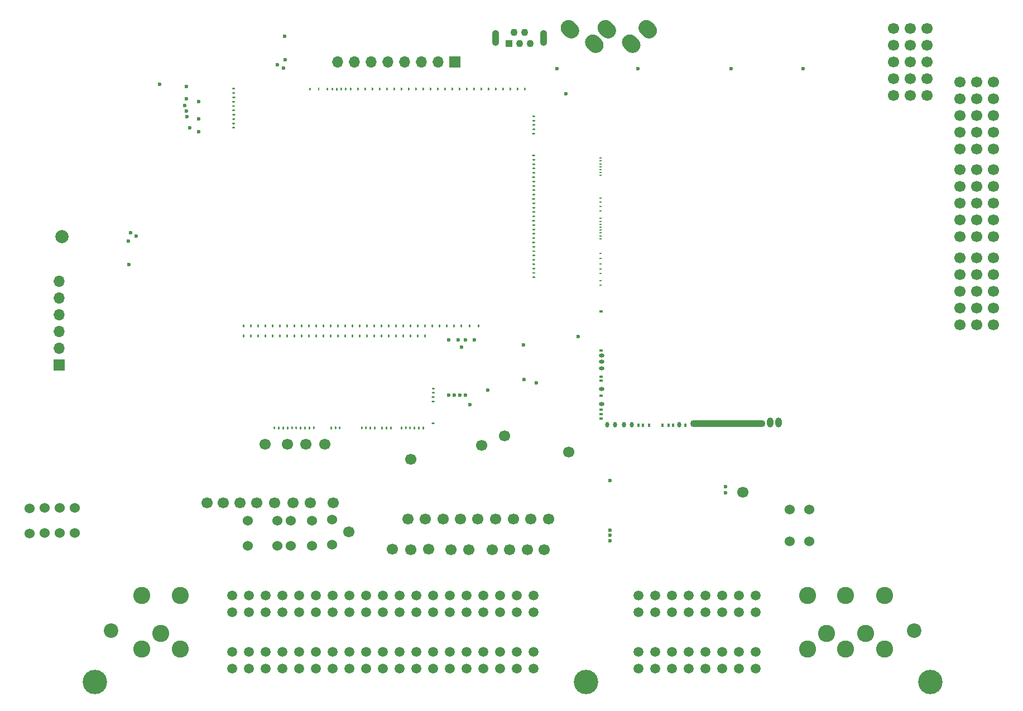
<source format=gbs>
G04 #@! TF.GenerationSoftware,KiCad,Pcbnew,(5.99.0-12439-g94954386e6)*
G04 #@! TF.CreationDate,2021-10-12T01:17:31+03:00*
G04 #@! TF.ProjectId,hellen121vag,68656c6c-656e-4313-9231-7661672e6b69,b*
G04 #@! TF.SameCoordinates,PX2b953a0PY6943058*
G04 #@! TF.FileFunction,Soldermask,Bot*
G04 #@! TF.FilePolarity,Negative*
%FSLAX46Y46*%
G04 Gerber Fmt 4.6, Leading zero omitted, Abs format (unit mm)*
G04 Created by KiCad (PCBNEW (5.99.0-12439-g94954386e6)) date 2021-10-12 01:17:31*
%MOMM*%
%LPD*%
G01*
G04 APERTURE LIST*
%ADD10C,3.700000*%
%ADD11C,2.200000*%
%ADD12C,2.600000*%
%ADD13C,1.500000*%
%ADD14C,1.700000*%
%ADD15C,0.599999*%
%ADD16O,1.000001X1.500000*%
%ADD17O,11.400000X1.100000*%
%ADD18O,0.399999X0.599999*%
%ADD19O,0.599999X0.800001*%
%ADD20O,0.599999X0.399999*%
%ADD21O,0.800001X0.599999*%
%ADD22O,0.399999X0.200000*%
%ADD23C,1.524000*%
%ADD24R,1.700000X1.700000*%
%ADD25O,1.700000X1.700000*%
%ADD26C,0.600000*%
%ADD27R,1.100000X1.100000*%
%ADD28C,1.100000*%
%ADD29O,1.100000X2.400000*%
%ADD30C,2.000000*%
G04 APERTURE END LIST*
D10*
G04 #@! TO.C,P1*
X145348000Y5492000D03*
X18648000Y5492000D03*
X93148000Y5492000D03*
D11*
X142898000Y13292000D03*
X21098000Y13292000D03*
D12*
X25748000Y10492000D03*
X31548000Y10492000D03*
X28648000Y12822000D03*
X25748000Y18622000D03*
X31548000Y18622000D03*
D13*
X85168000Y18622000D03*
X82628000Y18622000D03*
X80088000Y18622000D03*
X77548000Y18622000D03*
X75008000Y18622000D03*
X72468000Y18622000D03*
X69928000Y18622000D03*
X67388000Y18622000D03*
X64848000Y18622000D03*
X62308000Y18622000D03*
X59768000Y18622000D03*
X57228000Y18622000D03*
X54688000Y18622000D03*
X52148000Y18622000D03*
X49608000Y18622000D03*
X47068000Y18622000D03*
X44528000Y18622000D03*
X41988000Y18622000D03*
X39448000Y18622000D03*
X85168000Y16082000D03*
X82628000Y16082000D03*
X80088000Y16082000D03*
X77548000Y16082000D03*
X75008000Y16082000D03*
X72468000Y16082000D03*
X69928000Y16082000D03*
X67388000Y16082000D03*
X64848000Y16082000D03*
X62308000Y16082000D03*
X59768000Y16082000D03*
X57228000Y16082000D03*
X54688000Y16082000D03*
X52148000Y16082000D03*
X49608000Y16082000D03*
X47068000Y16082000D03*
X44528000Y16082000D03*
X41988000Y16082000D03*
X39448000Y16082000D03*
X85168000Y10032000D03*
X82628000Y10032000D03*
X80088000Y10032000D03*
X77548000Y10032000D03*
X75008000Y10032000D03*
X72468000Y10032000D03*
X69928000Y10032000D03*
X67388000Y10032000D03*
X64848000Y10032000D03*
X62308000Y10032000D03*
X59768000Y10032000D03*
X57228000Y10032000D03*
X54688000Y10032000D03*
X52148000Y10032000D03*
X49608000Y10032000D03*
X47068000Y10032000D03*
X44528000Y10032000D03*
X41988000Y10032000D03*
X39448000Y10032000D03*
X85168000Y7492000D03*
X82628000Y7492000D03*
X80088000Y7492000D03*
X77548000Y7492000D03*
X75008000Y7492000D03*
X72468000Y7492000D03*
X69928000Y7492000D03*
X67388000Y7492000D03*
X64848000Y7492000D03*
X62308000Y7492000D03*
X59768000Y7492000D03*
X57228000Y7492000D03*
X54688000Y7492000D03*
X52148000Y7492000D03*
X49608000Y7492000D03*
X47068000Y7492000D03*
X44528000Y7492000D03*
X41988000Y7492000D03*
X39448000Y7492000D03*
X101138000Y7492000D03*
X103678000Y7492000D03*
X106218000Y7492000D03*
X108758000Y7492000D03*
X111298000Y7492000D03*
X113838000Y7492000D03*
X116378000Y7492000D03*
X118918000Y7492000D03*
X101138000Y10032000D03*
X103678000Y10032000D03*
X106218000Y10032000D03*
X108758000Y10032000D03*
X111298000Y10032000D03*
X113838000Y10032000D03*
X116378000Y10032000D03*
X118918000Y10032000D03*
X101138000Y16082000D03*
X103678000Y16082000D03*
X106218000Y16082000D03*
X108758000Y16082000D03*
X111298000Y16082000D03*
X113838000Y16082000D03*
X116378000Y16082000D03*
X118918000Y16082000D03*
X101138000Y18622000D03*
X103678000Y18622000D03*
X106218000Y18622000D03*
X108758000Y18622000D03*
X111298000Y18622000D03*
X113838000Y18622000D03*
X116378000Y18622000D03*
X118918000Y18622000D03*
D12*
X126748000Y10492000D03*
X132548000Y10492000D03*
X138448000Y10492000D03*
X129648000Y12822000D03*
X135548000Y12822000D03*
X126748000Y18622000D03*
X132548000Y18622000D03*
X138448000Y18622000D03*
G04 #@! TD*
G04 #@! TO.C,M3*
G36*
G01*
X85339497Y91171375D02*
X85089497Y91171375D01*
G75*
G02*
X84964497Y91296375I0J125000D01*
G01*
X84964497Y91296375D01*
G75*
G02*
X85089497Y91421375I125000J0D01*
G01*
X85339497Y91421375D01*
G75*
G02*
X85464497Y91296375I0J-125000D01*
G01*
X85464497Y91296375D01*
G75*
G02*
X85339497Y91171375I-125000J0D01*
G01*
G37*
G36*
G01*
X85089497Y90761377D02*
X85339497Y90761377D01*
G75*
G02*
X85464497Y90636377I0J-125000D01*
G01*
X85464497Y90636377D01*
G75*
G02*
X85339497Y90511377I-125000J0D01*
G01*
X85089497Y90511377D01*
G75*
G02*
X84964497Y90636377I0J125000D01*
G01*
X84964497Y90636377D01*
G75*
G02*
X85089497Y90761377I125000J0D01*
G01*
G37*
G36*
G01*
X85089497Y90101372D02*
X85339497Y90101372D01*
G75*
G02*
X85464497Y89976372I0J-125000D01*
G01*
X85464497Y89976372D01*
G75*
G02*
X85339497Y89851372I-125000J0D01*
G01*
X85089497Y89851372D01*
G75*
G02*
X84964497Y89976372I0J125000D01*
G01*
X84964497Y89976372D01*
G75*
G02*
X85089497Y90101372I125000J0D01*
G01*
G37*
G36*
G01*
X85089497Y89441377D02*
X85339497Y89441377D01*
G75*
G02*
X85464497Y89316377I0J-125000D01*
G01*
X85464497Y89316377D01*
G75*
G02*
X85339497Y89191377I-125000J0D01*
G01*
X85089497Y89191377D01*
G75*
G02*
X84964497Y89316377I0J125000D01*
G01*
X84964497Y89316377D01*
G75*
G02*
X85089497Y89441377I125000J0D01*
G01*
G37*
G36*
G01*
X85089497Y88781375D02*
X85339497Y88781375D01*
G75*
G02*
X85464497Y88656375I0J-125000D01*
G01*
X85464497Y88656375D01*
G75*
G02*
X85339497Y88531375I-125000J0D01*
G01*
X85089497Y88531375D01*
G75*
G02*
X84964497Y88656375I0J125000D01*
G01*
X84964497Y88656375D01*
G75*
G02*
X85089497Y88781375I125000J0D01*
G01*
G37*
G36*
G01*
X85089497Y85481374D02*
X85339497Y85481374D01*
G75*
G02*
X85464497Y85356374I0J-125000D01*
G01*
X85464497Y85356374D01*
G75*
G02*
X85339497Y85231374I-125000J0D01*
G01*
X85089497Y85231374D01*
G75*
G02*
X84964497Y85356374I0J125000D01*
G01*
X84964497Y85356374D01*
G75*
G02*
X85089497Y85481374I125000J0D01*
G01*
G37*
G36*
G01*
X85089497Y84821373D02*
X85339497Y84821373D01*
G75*
G02*
X85464497Y84696373I0J-125000D01*
G01*
X85464497Y84696373D01*
G75*
G02*
X85339497Y84571373I-125000J0D01*
G01*
X85089497Y84571373D01*
G75*
G02*
X84964497Y84696373I0J125000D01*
G01*
X84964497Y84696373D01*
G75*
G02*
X85089497Y84821373I125000J0D01*
G01*
G37*
G36*
G01*
X85089497Y84161371D02*
X85339497Y84161371D01*
G75*
G02*
X85464497Y84036371I0J-125000D01*
G01*
X85464497Y84036371D01*
G75*
G02*
X85339497Y83911371I-125000J0D01*
G01*
X85089497Y83911371D01*
G75*
G02*
X84964497Y84036371I0J125000D01*
G01*
X84964497Y84036371D01*
G75*
G02*
X85089497Y84161371I125000J0D01*
G01*
G37*
G36*
G01*
X85089497Y83501373D02*
X85339497Y83501373D01*
G75*
G02*
X85464497Y83376373I0J-125000D01*
G01*
X85464497Y83376373D01*
G75*
G02*
X85339497Y83251373I-125000J0D01*
G01*
X85089497Y83251373D01*
G75*
G02*
X84964497Y83376373I0J125000D01*
G01*
X84964497Y83376373D01*
G75*
G02*
X85089497Y83501373I125000J0D01*
G01*
G37*
G36*
G01*
X85089497Y82841371D02*
X85339497Y82841371D01*
G75*
G02*
X85464497Y82716371I0J-125000D01*
G01*
X85464497Y82716371D01*
G75*
G02*
X85339497Y82591371I-125000J0D01*
G01*
X85089497Y82591371D01*
G75*
G02*
X84964497Y82716371I0J125000D01*
G01*
X84964497Y82716371D01*
G75*
G02*
X85089497Y82841371I125000J0D01*
G01*
G37*
G36*
G01*
X85089497Y82181373D02*
X85339497Y82181373D01*
G75*
G02*
X85464497Y82056373I0J-125000D01*
G01*
X85464497Y82056373D01*
G75*
G02*
X85339497Y81931373I-125000J0D01*
G01*
X85089497Y81931373D01*
G75*
G02*
X84964497Y82056373I0J125000D01*
G01*
X84964497Y82056373D01*
G75*
G02*
X85089497Y82181373I125000J0D01*
G01*
G37*
G36*
G01*
X85089497Y81521372D02*
X85339497Y81521372D01*
G75*
G02*
X85464497Y81396372I0J-125000D01*
G01*
X85464497Y81396372D01*
G75*
G02*
X85339497Y81271372I-125000J0D01*
G01*
X85089497Y81271372D01*
G75*
G02*
X84964497Y81396372I0J125000D01*
G01*
X84964497Y81396372D01*
G75*
G02*
X85089497Y81521372I125000J0D01*
G01*
G37*
G36*
G01*
X85089497Y80861373D02*
X85339497Y80861373D01*
G75*
G02*
X85464497Y80736373I0J-125000D01*
G01*
X85464497Y80736373D01*
G75*
G02*
X85339497Y80611373I-125000J0D01*
G01*
X85089497Y80611373D01*
G75*
G02*
X84964497Y80736373I0J125000D01*
G01*
X84964497Y80736373D01*
G75*
G02*
X85089497Y80861373I125000J0D01*
G01*
G37*
G36*
G01*
X85089497Y80201372D02*
X85339497Y80201372D01*
G75*
G02*
X85464497Y80076372I0J-125000D01*
G01*
X85464497Y80076372D01*
G75*
G02*
X85339497Y79951372I-125000J0D01*
G01*
X85089497Y79951372D01*
G75*
G02*
X84964497Y80076372I0J125000D01*
G01*
X84964497Y80076372D01*
G75*
G02*
X85089497Y80201372I125000J0D01*
G01*
G37*
G36*
G01*
X85089497Y79541373D02*
X85339497Y79541373D01*
G75*
G02*
X85464497Y79416373I0J-125000D01*
G01*
X85464497Y79416373D01*
G75*
G02*
X85339497Y79291373I-125000J0D01*
G01*
X85089497Y79291373D01*
G75*
G02*
X84964497Y79416373I0J125000D01*
G01*
X84964497Y79416373D01*
G75*
G02*
X85089497Y79541373I125000J0D01*
G01*
G37*
G36*
G01*
X85089497Y78881372D02*
X85339497Y78881372D01*
G75*
G02*
X85464497Y78756372I0J-125000D01*
G01*
X85464497Y78756372D01*
G75*
G02*
X85339497Y78631372I-125000J0D01*
G01*
X85089497Y78631372D01*
G75*
G02*
X84964497Y78756372I0J125000D01*
G01*
X84964497Y78756372D01*
G75*
G02*
X85089497Y78881372I125000J0D01*
G01*
G37*
G36*
G01*
X85089497Y78221373D02*
X85339497Y78221373D01*
G75*
G02*
X85464497Y78096373I0J-125000D01*
G01*
X85464497Y78096373D01*
G75*
G02*
X85339497Y77971373I-125000J0D01*
G01*
X85089497Y77971373D01*
G75*
G02*
X84964497Y78096373I0J125000D01*
G01*
X84964497Y78096373D01*
G75*
G02*
X85089497Y78221373I125000J0D01*
G01*
G37*
G36*
G01*
X85089497Y77561372D02*
X85339497Y77561372D01*
G75*
G02*
X85464497Y77436372I0J-125000D01*
G01*
X85464497Y77436372D01*
G75*
G02*
X85339497Y77311372I-125000J0D01*
G01*
X85089497Y77311372D01*
G75*
G02*
X84964497Y77436372I0J125000D01*
G01*
X84964497Y77436372D01*
G75*
G02*
X85089497Y77561372I125000J0D01*
G01*
G37*
G36*
G01*
X85089497Y76901373D02*
X85339497Y76901373D01*
G75*
G02*
X85464497Y76776373I0J-125000D01*
G01*
X85464497Y76776373D01*
G75*
G02*
X85339497Y76651373I-125000J0D01*
G01*
X85089497Y76651373D01*
G75*
G02*
X84964497Y76776373I0J125000D01*
G01*
X84964497Y76776373D01*
G75*
G02*
X85089497Y76901373I125000J0D01*
G01*
G37*
G36*
G01*
X85089497Y76241372D02*
X85339497Y76241372D01*
G75*
G02*
X85464497Y76116372I0J-125000D01*
G01*
X85464497Y76116372D01*
G75*
G02*
X85339497Y75991372I-125000J0D01*
G01*
X85089497Y75991372D01*
G75*
G02*
X84964497Y76116372I0J125000D01*
G01*
X84964497Y76116372D01*
G75*
G02*
X85089497Y76241372I125000J0D01*
G01*
G37*
G36*
G01*
X85089497Y75581373D02*
X85339497Y75581373D01*
G75*
G02*
X85464497Y75456373I0J-125000D01*
G01*
X85464497Y75456373D01*
G75*
G02*
X85339497Y75331373I-125000J0D01*
G01*
X85089497Y75331373D01*
G75*
G02*
X84964497Y75456373I0J125000D01*
G01*
X84964497Y75456373D01*
G75*
G02*
X85089497Y75581373I125000J0D01*
G01*
G37*
G36*
G01*
X85089497Y74921372D02*
X85339497Y74921372D01*
G75*
G02*
X85464497Y74796372I0J-125000D01*
G01*
X85464497Y74796372D01*
G75*
G02*
X85339497Y74671372I-125000J0D01*
G01*
X85089497Y74671372D01*
G75*
G02*
X84964497Y74796372I0J125000D01*
G01*
X84964497Y74796372D01*
G75*
G02*
X85089497Y74921372I125000J0D01*
G01*
G37*
G36*
G01*
X85089497Y74261373D02*
X85339497Y74261373D01*
G75*
G02*
X85464497Y74136373I0J-125000D01*
G01*
X85464497Y74136373D01*
G75*
G02*
X85339497Y74011373I-125000J0D01*
G01*
X85089497Y74011373D01*
G75*
G02*
X84964497Y74136373I0J125000D01*
G01*
X84964497Y74136373D01*
G75*
G02*
X85089497Y74261373I125000J0D01*
G01*
G37*
G36*
G01*
X85089497Y73601372D02*
X85339497Y73601372D01*
G75*
G02*
X85464497Y73476372I0J-125000D01*
G01*
X85464497Y73476372D01*
G75*
G02*
X85339497Y73351372I-125000J0D01*
G01*
X85089497Y73351372D01*
G75*
G02*
X84964497Y73476372I0J125000D01*
G01*
X84964497Y73476372D01*
G75*
G02*
X85089497Y73601372I125000J0D01*
G01*
G37*
G36*
G01*
X85089497Y72941373D02*
X85339497Y72941373D01*
G75*
G02*
X85464497Y72816373I0J-125000D01*
G01*
X85464497Y72816373D01*
G75*
G02*
X85339497Y72691373I-125000J0D01*
G01*
X85089497Y72691373D01*
G75*
G02*
X84964497Y72816373I0J125000D01*
G01*
X84964497Y72816373D01*
G75*
G02*
X85089497Y72941373I125000J0D01*
G01*
G37*
G36*
G01*
X85089497Y72281372D02*
X85339497Y72281372D01*
G75*
G02*
X85464497Y72156372I0J-125000D01*
G01*
X85464497Y72156372D01*
G75*
G02*
X85339497Y72031372I-125000J0D01*
G01*
X85089497Y72031372D01*
G75*
G02*
X84964497Y72156372I0J125000D01*
G01*
X84964497Y72156372D01*
G75*
G02*
X85089497Y72281372I125000J0D01*
G01*
G37*
G36*
G01*
X85089497Y71621374D02*
X85339497Y71621374D01*
G75*
G02*
X85464497Y71496374I0J-125000D01*
G01*
X85464497Y71496374D01*
G75*
G02*
X85339497Y71371374I-125000J0D01*
G01*
X85089497Y71371374D01*
G75*
G02*
X84964497Y71496374I0J125000D01*
G01*
X84964497Y71496374D01*
G75*
G02*
X85089497Y71621374I125000J0D01*
G01*
G37*
G36*
G01*
X85089497Y70961372D02*
X85339497Y70961372D01*
G75*
G02*
X85464497Y70836372I0J-125000D01*
G01*
X85464497Y70836372D01*
G75*
G02*
X85339497Y70711372I-125000J0D01*
G01*
X85089497Y70711372D01*
G75*
G02*
X84964497Y70836372I0J125000D01*
G01*
X84964497Y70836372D01*
G75*
G02*
X85089497Y70961372I125000J0D01*
G01*
G37*
G36*
G01*
X85089497Y70301374D02*
X85339497Y70301374D01*
G75*
G02*
X85464497Y70176374I0J-125000D01*
G01*
X85464497Y70176374D01*
G75*
G02*
X85339497Y70051374I-125000J0D01*
G01*
X85089497Y70051374D01*
G75*
G02*
X84964497Y70176374I0J125000D01*
G01*
X84964497Y70176374D01*
G75*
G02*
X85089497Y70301374I125000J0D01*
G01*
G37*
G36*
G01*
X85089497Y69641372D02*
X85339497Y69641372D01*
G75*
G02*
X85464497Y69516372I0J-125000D01*
G01*
X85464497Y69516372D01*
G75*
G02*
X85339497Y69391372I-125000J0D01*
G01*
X85089497Y69391372D01*
G75*
G02*
X84964497Y69516372I0J125000D01*
G01*
X84964497Y69516372D01*
G75*
G02*
X85089497Y69641372I125000J0D01*
G01*
G37*
G36*
G01*
X85089497Y68981374D02*
X85339497Y68981374D01*
G75*
G02*
X85464497Y68856374I0J-125000D01*
G01*
X85464497Y68856374D01*
G75*
G02*
X85339497Y68731374I-125000J0D01*
G01*
X85089497Y68731374D01*
G75*
G02*
X84964497Y68856374I0J125000D01*
G01*
X84964497Y68856374D01*
G75*
G02*
X85089497Y68981374I125000J0D01*
G01*
G37*
G36*
G01*
X85089497Y68321373D02*
X85339497Y68321373D01*
G75*
G02*
X85464497Y68196373I0J-125000D01*
G01*
X85464497Y68196373D01*
G75*
G02*
X85339497Y68071373I-125000J0D01*
G01*
X85089497Y68071373D01*
G75*
G02*
X84964497Y68196373I0J125000D01*
G01*
X84964497Y68196373D01*
G75*
G02*
X85089497Y68321373I125000J0D01*
G01*
G37*
G36*
G01*
X85089497Y67661374D02*
X85339497Y67661374D01*
G75*
G02*
X85464497Y67536374I0J-125000D01*
G01*
X85464497Y67536374D01*
G75*
G02*
X85339497Y67411374I-125000J0D01*
G01*
X85089497Y67411374D01*
G75*
G02*
X84964497Y67536374I0J125000D01*
G01*
X84964497Y67536374D01*
G75*
G02*
X85089497Y67661374I125000J0D01*
G01*
G37*
G36*
G01*
X85089497Y67001373D02*
X85339497Y67001373D01*
G75*
G02*
X85464497Y66876373I0J-125000D01*
G01*
X85464497Y66876373D01*
G75*
G02*
X85339497Y66751373I-125000J0D01*
G01*
X85089497Y66751373D01*
G75*
G02*
X84964497Y66876373I0J125000D01*
G01*
X84964497Y66876373D01*
G75*
G02*
X85089497Y67001373I125000J0D01*
G01*
G37*
G36*
G01*
X51392499Y95548377D02*
X51392499Y95298377D01*
G75*
G02*
X51267499Y95173377I-125000J0D01*
G01*
X51267499Y95173377D01*
G75*
G02*
X51142499Y95298377I0J125000D01*
G01*
X51142499Y95548377D01*
G75*
G02*
X51267499Y95673377I125000J0D01*
G01*
X51267499Y95673377D01*
G75*
G02*
X51392499Y95548377I0J-125000D01*
G01*
G37*
G36*
G01*
X52462501Y95298377D02*
X52462501Y95548377D01*
G75*
G02*
X52587501Y95673377I125000J0D01*
G01*
X52587501Y95673377D01*
G75*
G02*
X52712501Y95548377I0J-125000D01*
G01*
X52712501Y95298377D01*
G75*
G02*
X52587501Y95173377I-125000J0D01*
G01*
X52587501Y95173377D01*
G75*
G02*
X52462501Y95298377I0J125000D01*
G01*
G37*
G36*
G01*
X53782504Y95298377D02*
X53782504Y95548377D01*
G75*
G02*
X53907504Y95673377I125000J0D01*
G01*
X53907504Y95673377D01*
G75*
G02*
X54032504Y95548377I0J-125000D01*
G01*
X54032504Y95298377D01*
G75*
G02*
X53907504Y95173377I-125000J0D01*
G01*
X53907504Y95173377D01*
G75*
G02*
X53782504Y95298377I0J125000D01*
G01*
G37*
G36*
G01*
X54542502Y95298377D02*
X54542502Y95548377D01*
G75*
G02*
X54667502Y95673377I125000J0D01*
G01*
X54667502Y95673377D01*
G75*
G02*
X54792502Y95548377I0J-125000D01*
G01*
X54792502Y95298377D01*
G75*
G02*
X54667502Y95173377I-125000J0D01*
G01*
X54667502Y95173377D01*
G75*
G02*
X54542502Y95298377I0J125000D01*
G01*
G37*
G36*
G01*
X55207505Y95298377D02*
X55207505Y95548377D01*
G75*
G02*
X55332505Y95673377I125000J0D01*
G01*
X55332505Y95673377D01*
G75*
G02*
X55457505Y95548377I0J-125000D01*
G01*
X55457505Y95298377D01*
G75*
G02*
X55332505Y95173377I-125000J0D01*
G01*
X55332505Y95173377D01*
G75*
G02*
X55207505Y95298377I0J125000D01*
G01*
G37*
G36*
G01*
X55872507Y95298377D02*
X55872507Y95548377D01*
G75*
G02*
X55997507Y95673377I125000J0D01*
G01*
X55997507Y95673377D01*
G75*
G02*
X56122507Y95548377I0J-125000D01*
G01*
X56122507Y95298377D01*
G75*
G02*
X55997507Y95173377I-125000J0D01*
G01*
X55997507Y95173377D01*
G75*
G02*
X55872507Y95298377I0J125000D01*
G01*
G37*
G36*
G01*
X56537497Y95298377D02*
X56537497Y95548377D01*
G75*
G02*
X56662497Y95673377I125000J0D01*
G01*
X56662497Y95673377D01*
G75*
G02*
X56787497Y95548377I0J-125000D01*
G01*
X56787497Y95298377D01*
G75*
G02*
X56662497Y95173377I-125000J0D01*
G01*
X56662497Y95173377D01*
G75*
G02*
X56537497Y95298377I0J125000D01*
G01*
G37*
G36*
G01*
X57312497Y95298377D02*
X57312497Y95548377D01*
G75*
G02*
X57437497Y95673377I125000J0D01*
G01*
X57437497Y95673377D01*
G75*
G02*
X57562497Y95548377I0J-125000D01*
G01*
X57562497Y95298377D01*
G75*
G02*
X57437497Y95173377I-125000J0D01*
G01*
X57437497Y95173377D01*
G75*
G02*
X57312497Y95298377I0J125000D01*
G01*
G37*
G36*
G01*
X58412495Y95298377D02*
X58412495Y95548377D01*
G75*
G02*
X58537495Y95673377I125000J0D01*
G01*
X58537495Y95673377D01*
G75*
G02*
X58662495Y95548377I0J-125000D01*
G01*
X58662495Y95298377D01*
G75*
G02*
X58537495Y95173377I-125000J0D01*
G01*
X58537495Y95173377D01*
G75*
G02*
X58412495Y95298377I0J125000D01*
G01*
G37*
G36*
G01*
X59512492Y95298377D02*
X59512492Y95548377D01*
G75*
G02*
X59637492Y95673377I125000J0D01*
G01*
X59637492Y95673377D01*
G75*
G02*
X59762492Y95548377I0J-125000D01*
G01*
X59762492Y95298377D01*
G75*
G02*
X59637492Y95173377I-125000J0D01*
G01*
X59637492Y95173377D01*
G75*
G02*
X59512492Y95298377I0J125000D01*
G01*
G37*
G36*
G01*
X60612490Y95298377D02*
X60612490Y95548377D01*
G75*
G02*
X60737490Y95673377I125000J0D01*
G01*
X60737490Y95673377D01*
G75*
G02*
X60862490Y95548377I0J-125000D01*
G01*
X60862490Y95298377D01*
G75*
G02*
X60737490Y95173377I-125000J0D01*
G01*
X60737490Y95173377D01*
G75*
G02*
X60612490Y95298377I0J125000D01*
G01*
G37*
G36*
G01*
X61712488Y95298377D02*
X61712488Y95548377D01*
G75*
G02*
X61837488Y95673377I125000J0D01*
G01*
X61837488Y95673377D01*
G75*
G02*
X61962488Y95548377I0J-125000D01*
G01*
X61962488Y95298377D01*
G75*
G02*
X61837488Y95173377I-125000J0D01*
G01*
X61837488Y95173377D01*
G75*
G02*
X61712488Y95298377I0J125000D01*
G01*
G37*
G36*
G01*
X62812486Y95298377D02*
X62812486Y95548377D01*
G75*
G02*
X62937486Y95673377I125000J0D01*
G01*
X62937486Y95673377D01*
G75*
G02*
X63062486Y95548377I0J-125000D01*
G01*
X63062486Y95298377D01*
G75*
G02*
X62937486Y95173377I-125000J0D01*
G01*
X62937486Y95173377D01*
G75*
G02*
X62812486Y95298377I0J125000D01*
G01*
G37*
G36*
G01*
X63912484Y95298377D02*
X63912484Y95548377D01*
G75*
G02*
X64037484Y95673377I125000J0D01*
G01*
X64037484Y95673377D01*
G75*
G02*
X64162484Y95548377I0J-125000D01*
G01*
X64162484Y95298377D01*
G75*
G02*
X64037484Y95173377I-125000J0D01*
G01*
X64037484Y95173377D01*
G75*
G02*
X63912484Y95298377I0J125000D01*
G01*
G37*
G36*
G01*
X65012481Y95298377D02*
X65012481Y95548377D01*
G75*
G02*
X65137481Y95673377I125000J0D01*
G01*
X65137481Y95673377D01*
G75*
G02*
X65262481Y95548377I0J-125000D01*
G01*
X65262481Y95298377D01*
G75*
G02*
X65137481Y95173377I-125000J0D01*
G01*
X65137481Y95173377D01*
G75*
G02*
X65012481Y95298377I0J125000D01*
G01*
G37*
G36*
G01*
X66112479Y95298377D02*
X66112479Y95548377D01*
G75*
G02*
X66237479Y95673377I125000J0D01*
G01*
X66237479Y95673377D01*
G75*
G02*
X66362479Y95548377I0J-125000D01*
G01*
X66362479Y95298377D01*
G75*
G02*
X66237479Y95173377I-125000J0D01*
G01*
X66237479Y95173377D01*
G75*
G02*
X66112479Y95298377I0J125000D01*
G01*
G37*
G36*
G01*
X67212477Y95298377D02*
X67212477Y95548377D01*
G75*
G02*
X67337477Y95673377I125000J0D01*
G01*
X67337477Y95673377D01*
G75*
G02*
X67462477Y95548377I0J-125000D01*
G01*
X67462477Y95298377D01*
G75*
G02*
X67337477Y95173377I-125000J0D01*
G01*
X67337477Y95173377D01*
G75*
G02*
X67212477Y95298377I0J125000D01*
G01*
G37*
G36*
G01*
X68312475Y95298377D02*
X68312475Y95548377D01*
G75*
G02*
X68437475Y95673377I125000J0D01*
G01*
X68437475Y95673377D01*
G75*
G02*
X68562475Y95548377I0J-125000D01*
G01*
X68562475Y95298377D01*
G75*
G02*
X68437475Y95173377I-125000J0D01*
G01*
X68437475Y95173377D01*
G75*
G02*
X68312475Y95298377I0J125000D01*
G01*
G37*
G36*
G01*
X69412473Y95298377D02*
X69412473Y95548377D01*
G75*
G02*
X69537473Y95673377I125000J0D01*
G01*
X69537473Y95673377D01*
G75*
G02*
X69662473Y95548377I0J-125000D01*
G01*
X69662473Y95298377D01*
G75*
G02*
X69537473Y95173377I-125000J0D01*
G01*
X69537473Y95173377D01*
G75*
G02*
X69412473Y95298377I0J125000D01*
G01*
G37*
G36*
G01*
X70512470Y95298377D02*
X70512470Y95548377D01*
G75*
G02*
X70637470Y95673377I125000J0D01*
G01*
X70637470Y95673377D01*
G75*
G02*
X70762470Y95548377I0J-125000D01*
G01*
X70762470Y95298377D01*
G75*
G02*
X70637470Y95173377I-125000J0D01*
G01*
X70637470Y95173377D01*
G75*
G02*
X70512470Y95298377I0J125000D01*
G01*
G37*
G36*
G01*
X71612468Y95298377D02*
X71612468Y95548377D01*
G75*
G02*
X71737468Y95673377I125000J0D01*
G01*
X71737468Y95673377D01*
G75*
G02*
X71862468Y95548377I0J-125000D01*
G01*
X71862468Y95298377D01*
G75*
G02*
X71737468Y95173377I-125000J0D01*
G01*
X71737468Y95173377D01*
G75*
G02*
X71612468Y95298377I0J125000D01*
G01*
G37*
G36*
G01*
X72712466Y95298377D02*
X72712466Y95548377D01*
G75*
G02*
X72837466Y95673377I125000J0D01*
G01*
X72837466Y95673377D01*
G75*
G02*
X72962466Y95548377I0J-125000D01*
G01*
X72962466Y95298377D01*
G75*
G02*
X72837466Y95173377I-125000J0D01*
G01*
X72837466Y95173377D01*
G75*
G02*
X72712466Y95298377I0J125000D01*
G01*
G37*
G36*
G01*
X73812464Y95298377D02*
X73812464Y95548377D01*
G75*
G02*
X73937464Y95673377I125000J0D01*
G01*
X73937464Y95673377D01*
G75*
G02*
X74062464Y95548377I0J-125000D01*
G01*
X74062464Y95298377D01*
G75*
G02*
X73937464Y95173377I-125000J0D01*
G01*
X73937464Y95173377D01*
G75*
G02*
X73812464Y95298377I0J125000D01*
G01*
G37*
G36*
G01*
X74912462Y95298377D02*
X74912462Y95548377D01*
G75*
G02*
X75037462Y95673377I125000J0D01*
G01*
X75037462Y95673377D01*
G75*
G02*
X75162462Y95548377I0J-125000D01*
G01*
X75162462Y95298377D01*
G75*
G02*
X75037462Y95173377I-125000J0D01*
G01*
X75037462Y95173377D01*
G75*
G02*
X74912462Y95298377I0J125000D01*
G01*
G37*
G36*
G01*
X76012459Y95298377D02*
X76012459Y95548377D01*
G75*
G02*
X76137459Y95673377I125000J0D01*
G01*
X76137459Y95673377D01*
G75*
G02*
X76262459Y95548377I0J-125000D01*
G01*
X76262459Y95298377D01*
G75*
G02*
X76137459Y95173377I-125000J0D01*
G01*
X76137459Y95173377D01*
G75*
G02*
X76012459Y95298377I0J125000D01*
G01*
G37*
G36*
G01*
X77112457Y95298377D02*
X77112457Y95548377D01*
G75*
G02*
X77237457Y95673377I125000J0D01*
G01*
X77237457Y95673377D01*
G75*
G02*
X77362457Y95548377I0J-125000D01*
G01*
X77362457Y95298377D01*
G75*
G02*
X77237457Y95173377I-125000J0D01*
G01*
X77237457Y95173377D01*
G75*
G02*
X77112457Y95298377I0J125000D01*
G01*
G37*
G36*
G01*
X78212455Y95298377D02*
X78212455Y95548377D01*
G75*
G02*
X78337455Y95673377I125000J0D01*
G01*
X78337455Y95673377D01*
G75*
G02*
X78462455Y95548377I0J-125000D01*
G01*
X78462455Y95298377D01*
G75*
G02*
X78337455Y95173377I-125000J0D01*
G01*
X78337455Y95173377D01*
G75*
G02*
X78212455Y95298377I0J125000D01*
G01*
G37*
G36*
G01*
X79312453Y95298377D02*
X79312453Y95548377D01*
G75*
G02*
X79437453Y95673377I125000J0D01*
G01*
X79437453Y95673377D01*
G75*
G02*
X79562453Y95548377I0J-125000D01*
G01*
X79562453Y95298377D01*
G75*
G02*
X79437453Y95173377I-125000J0D01*
G01*
X79437453Y95173377D01*
G75*
G02*
X79312453Y95298377I0J125000D01*
G01*
G37*
G36*
G01*
X80412451Y95298377D02*
X80412451Y95548377D01*
G75*
G02*
X80537451Y95673377I125000J0D01*
G01*
X80537451Y95673377D01*
G75*
G02*
X80662451Y95548377I0J-125000D01*
G01*
X80662451Y95298377D01*
G75*
G02*
X80537451Y95173377I-125000J0D01*
G01*
X80537451Y95173377D01*
G75*
G02*
X80412451Y95298377I0J125000D01*
G01*
G37*
G36*
G01*
X81512448Y95298377D02*
X81512448Y95548377D01*
G75*
G02*
X81637448Y95673377I125000J0D01*
G01*
X81637448Y95673377D01*
G75*
G02*
X81762448Y95548377I0J-125000D01*
G01*
X81762448Y95298377D01*
G75*
G02*
X81637448Y95173377I-125000J0D01*
G01*
X81637448Y95173377D01*
G75*
G02*
X81512448Y95298377I0J125000D01*
G01*
G37*
G36*
G01*
X82612446Y95298377D02*
X82612446Y95548377D01*
G75*
G02*
X82737446Y95673377I125000J0D01*
G01*
X82737446Y95673377D01*
G75*
G02*
X82862446Y95548377I0J-125000D01*
G01*
X82862446Y95298377D01*
G75*
G02*
X82737446Y95173377I-125000J0D01*
G01*
X82737446Y95173377D01*
G75*
G02*
X82612446Y95298377I0J125000D01*
G01*
G37*
G36*
G01*
X83712444Y95298377D02*
X83712444Y95548377D01*
G75*
G02*
X83837444Y95673377I125000J0D01*
G01*
X83837444Y95673377D01*
G75*
G02*
X83962444Y95548377I0J-125000D01*
G01*
X83962444Y95298377D01*
G75*
G02*
X83837444Y95173377I-125000J0D01*
G01*
X83837444Y95173377D01*
G75*
G02*
X83712444Y95298377I0J125000D01*
G01*
G37*
G36*
G01*
X76712501Y59369377D02*
X76712501Y59619377D01*
G75*
G02*
X76837501Y59744377I125000J0D01*
G01*
X76837501Y59744377D01*
G75*
G02*
X76962501Y59619377I0J-125000D01*
G01*
X76962501Y59369377D01*
G75*
G02*
X76837501Y59244377I-125000J0D01*
G01*
X76837501Y59244377D01*
G75*
G02*
X76712501Y59369377I0J125000D01*
G01*
G37*
G36*
G01*
X75642499Y59619377D02*
X75642499Y59369377D01*
G75*
G02*
X75517499Y59244377I-125000J0D01*
G01*
X75517499Y59244377D01*
G75*
G02*
X75392499Y59369377I0J125000D01*
G01*
X75392499Y59619377D01*
G75*
G02*
X75517499Y59744377I125000J0D01*
G01*
X75517499Y59744377D01*
G75*
G02*
X75642499Y59619377I0J-125000D01*
G01*
G37*
G36*
G01*
X74322496Y59619377D02*
X74322496Y59369377D01*
G75*
G02*
X74197496Y59244377I-125000J0D01*
G01*
X74197496Y59244377D01*
G75*
G02*
X74072496Y59369377I0J125000D01*
G01*
X74072496Y59619377D01*
G75*
G02*
X74197496Y59744377I125000J0D01*
G01*
X74197496Y59744377D01*
G75*
G02*
X74322496Y59619377I0J-125000D01*
G01*
G37*
G36*
G01*
X73222499Y59619377D02*
X73222499Y59369377D01*
G75*
G02*
X73097499Y59244377I-125000J0D01*
G01*
X73097499Y59244377D01*
G75*
G02*
X72972499Y59369377I0J125000D01*
G01*
X72972499Y59619377D01*
G75*
G02*
X73097499Y59744377I125000J0D01*
G01*
X73097499Y59744377D01*
G75*
G02*
X73222499Y59619377I0J-125000D01*
G01*
G37*
G36*
G01*
X72122501Y59619377D02*
X72122501Y59369377D01*
G75*
G02*
X71997501Y59244377I-125000J0D01*
G01*
X71997501Y59244377D01*
G75*
G02*
X71872501Y59369377I0J125000D01*
G01*
X71872501Y59619377D01*
G75*
G02*
X71997501Y59744377I125000J0D01*
G01*
X71997501Y59744377D01*
G75*
G02*
X72122501Y59619377I0J-125000D01*
G01*
G37*
G36*
G01*
X71022503Y59619377D02*
X71022503Y59369377D01*
G75*
G02*
X70897503Y59244377I-125000J0D01*
G01*
X70897503Y59244377D01*
G75*
G02*
X70772503Y59369377I0J125000D01*
G01*
X70772503Y59619377D01*
G75*
G02*
X70897503Y59744377I125000J0D01*
G01*
X70897503Y59744377D01*
G75*
G02*
X71022503Y59619377I0J-125000D01*
G01*
G37*
G36*
G01*
X69922505Y59619377D02*
X69922505Y59369377D01*
G75*
G02*
X69797505Y59244377I-125000J0D01*
G01*
X69797505Y59244377D01*
G75*
G02*
X69672505Y59369377I0J125000D01*
G01*
X69672505Y59619377D01*
G75*
G02*
X69797505Y59744377I125000J0D01*
G01*
X69797505Y59744377D01*
G75*
G02*
X69922505Y59619377I0J-125000D01*
G01*
G37*
G36*
G01*
X68822507Y59619377D02*
X68822507Y59369377D01*
G75*
G02*
X68697507Y59244377I-125000J0D01*
G01*
X68697507Y59244377D01*
G75*
G02*
X68572507Y59369377I0J125000D01*
G01*
X68572507Y59619377D01*
G75*
G02*
X68697507Y59744377I125000J0D01*
G01*
X68697507Y59744377D01*
G75*
G02*
X68822507Y59619377I0J-125000D01*
G01*
G37*
G36*
G01*
X67722510Y59619377D02*
X67722510Y59369377D01*
G75*
G02*
X67597510Y59244377I-125000J0D01*
G01*
X67597510Y59244377D01*
G75*
G02*
X67472510Y59369377I0J125000D01*
G01*
X67472510Y59619377D01*
G75*
G02*
X67597510Y59744377I125000J0D01*
G01*
X67597510Y59744377D01*
G75*
G02*
X67722510Y59619377I0J-125000D01*
G01*
G37*
G36*
G01*
X66622512Y59619377D02*
X66622512Y59369377D01*
G75*
G02*
X66497512Y59244377I-125000J0D01*
G01*
X66497512Y59244377D01*
G75*
G02*
X66372512Y59369377I0J125000D01*
G01*
X66372512Y59619377D01*
G75*
G02*
X66497512Y59744377I125000J0D01*
G01*
X66497512Y59744377D01*
G75*
G02*
X66622512Y59619377I0J-125000D01*
G01*
G37*
G36*
G01*
X65522514Y59619377D02*
X65522514Y59369377D01*
G75*
G02*
X65397514Y59244377I-125000J0D01*
G01*
X65397514Y59244377D01*
G75*
G02*
X65272514Y59369377I0J125000D01*
G01*
X65272514Y59619377D01*
G75*
G02*
X65397514Y59744377I125000J0D01*
G01*
X65397514Y59744377D01*
G75*
G02*
X65522514Y59619377I0J-125000D01*
G01*
G37*
G36*
G01*
X64422516Y59619377D02*
X64422516Y59369377D01*
G75*
G02*
X64297516Y59244377I-125000J0D01*
G01*
X64297516Y59244377D01*
G75*
G02*
X64172516Y59369377I0J125000D01*
G01*
X64172516Y59619377D01*
G75*
G02*
X64297516Y59744377I125000J0D01*
G01*
X64297516Y59744377D01*
G75*
G02*
X64422516Y59619377I0J-125000D01*
G01*
G37*
G36*
G01*
X63322518Y59619377D02*
X63322518Y59369377D01*
G75*
G02*
X63197518Y59244377I-125000J0D01*
G01*
X63197518Y59244377D01*
G75*
G02*
X63072518Y59369377I0J125000D01*
G01*
X63072518Y59619377D01*
G75*
G02*
X63197518Y59744377I125000J0D01*
G01*
X63197518Y59744377D01*
G75*
G02*
X63322518Y59619377I0J-125000D01*
G01*
G37*
G36*
G01*
X62222521Y59619377D02*
X62222521Y59369377D01*
G75*
G02*
X62097521Y59244377I-125000J0D01*
G01*
X62097521Y59244377D01*
G75*
G02*
X61972521Y59369377I0J125000D01*
G01*
X61972521Y59619377D01*
G75*
G02*
X62097521Y59744377I125000J0D01*
G01*
X62097521Y59744377D01*
G75*
G02*
X62222521Y59619377I0J-125000D01*
G01*
G37*
G36*
G01*
X61122523Y59619377D02*
X61122523Y59369377D01*
G75*
G02*
X60997523Y59244377I-125000J0D01*
G01*
X60997523Y59244377D01*
G75*
G02*
X60872523Y59369377I0J125000D01*
G01*
X60872523Y59619377D01*
G75*
G02*
X60997523Y59744377I125000J0D01*
G01*
X60997523Y59744377D01*
G75*
G02*
X61122523Y59619377I0J-125000D01*
G01*
G37*
G36*
G01*
X60022525Y59619377D02*
X60022525Y59369377D01*
G75*
G02*
X59897525Y59244377I-125000J0D01*
G01*
X59897525Y59244377D01*
G75*
G02*
X59772525Y59369377I0J125000D01*
G01*
X59772525Y59619377D01*
G75*
G02*
X59897525Y59744377I125000J0D01*
G01*
X59897525Y59744377D01*
G75*
G02*
X60022525Y59619377I0J-125000D01*
G01*
G37*
G36*
G01*
X58922527Y59619377D02*
X58922527Y59369377D01*
G75*
G02*
X58797527Y59244377I-125000J0D01*
G01*
X58797527Y59244377D01*
G75*
G02*
X58672527Y59369377I0J125000D01*
G01*
X58672527Y59619377D01*
G75*
G02*
X58797527Y59744377I125000J0D01*
G01*
X58797527Y59744377D01*
G75*
G02*
X58922527Y59619377I0J-125000D01*
G01*
G37*
G36*
G01*
X57822529Y59619377D02*
X57822529Y59369377D01*
G75*
G02*
X57697529Y59244377I-125000J0D01*
G01*
X57697529Y59244377D01*
G75*
G02*
X57572529Y59369377I0J125000D01*
G01*
X57572529Y59619377D01*
G75*
G02*
X57697529Y59744377I125000J0D01*
G01*
X57697529Y59744377D01*
G75*
G02*
X57822529Y59619377I0J-125000D01*
G01*
G37*
G36*
G01*
X56722532Y59619377D02*
X56722532Y59369377D01*
G75*
G02*
X56597532Y59244377I-125000J0D01*
G01*
X56597532Y59244377D01*
G75*
G02*
X56472532Y59369377I0J125000D01*
G01*
X56472532Y59619377D01*
G75*
G02*
X56597532Y59744377I125000J0D01*
G01*
X56597532Y59744377D01*
G75*
G02*
X56722532Y59619377I0J-125000D01*
G01*
G37*
G36*
G01*
X55622534Y59619377D02*
X55622534Y59369377D01*
G75*
G02*
X55497534Y59244377I-125000J0D01*
G01*
X55497534Y59244377D01*
G75*
G02*
X55372534Y59369377I0J125000D01*
G01*
X55372534Y59619377D01*
G75*
G02*
X55497534Y59744377I125000J0D01*
G01*
X55497534Y59744377D01*
G75*
G02*
X55622534Y59619377I0J-125000D01*
G01*
G37*
G36*
G01*
X54522536Y59619377D02*
X54522536Y59369377D01*
G75*
G02*
X54397536Y59244377I-125000J0D01*
G01*
X54397536Y59244377D01*
G75*
G02*
X54272536Y59369377I0J125000D01*
G01*
X54272536Y59619377D01*
G75*
G02*
X54397536Y59744377I125000J0D01*
G01*
X54397536Y59744377D01*
G75*
G02*
X54522536Y59619377I0J-125000D01*
G01*
G37*
G36*
G01*
X53422538Y59619377D02*
X53422538Y59369377D01*
G75*
G02*
X53297538Y59244377I-125000J0D01*
G01*
X53297538Y59244377D01*
G75*
G02*
X53172538Y59369377I0J125000D01*
G01*
X53172538Y59619377D01*
G75*
G02*
X53297538Y59744377I125000J0D01*
G01*
X53297538Y59744377D01*
G75*
G02*
X53422538Y59619377I0J-125000D01*
G01*
G37*
G36*
G01*
X52322540Y59619377D02*
X52322540Y59369377D01*
G75*
G02*
X52197540Y59244377I-125000J0D01*
G01*
X52197540Y59244377D01*
G75*
G02*
X52072540Y59369377I0J125000D01*
G01*
X52072540Y59619377D01*
G75*
G02*
X52197540Y59744377I125000J0D01*
G01*
X52197540Y59744377D01*
G75*
G02*
X52322540Y59619377I0J-125000D01*
G01*
G37*
G36*
G01*
X51222543Y59619377D02*
X51222543Y59369377D01*
G75*
G02*
X51097543Y59244377I-125000J0D01*
G01*
X51097543Y59244377D01*
G75*
G02*
X50972543Y59369377I0J125000D01*
G01*
X50972543Y59619377D01*
G75*
G02*
X51097543Y59744377I125000J0D01*
G01*
X51097543Y59744377D01*
G75*
G02*
X51222543Y59619377I0J-125000D01*
G01*
G37*
G36*
G01*
X50122545Y59619377D02*
X50122545Y59369377D01*
G75*
G02*
X49997545Y59244377I-125000J0D01*
G01*
X49997545Y59244377D01*
G75*
G02*
X49872545Y59369377I0J125000D01*
G01*
X49872545Y59619377D01*
G75*
G02*
X49997545Y59744377I125000J0D01*
G01*
X49997545Y59744377D01*
G75*
G02*
X50122545Y59619377I0J-125000D01*
G01*
G37*
G36*
G01*
X49022547Y59619377D02*
X49022547Y59369377D01*
G75*
G02*
X48897547Y59244377I-125000J0D01*
G01*
X48897547Y59244377D01*
G75*
G02*
X48772547Y59369377I0J125000D01*
G01*
X48772547Y59619377D01*
G75*
G02*
X48897547Y59744377I125000J0D01*
G01*
X48897547Y59744377D01*
G75*
G02*
X49022547Y59619377I0J-125000D01*
G01*
G37*
G36*
G01*
X47922549Y59619377D02*
X47922549Y59369377D01*
G75*
G02*
X47797549Y59244377I-125000J0D01*
G01*
X47797549Y59244377D01*
G75*
G02*
X47672549Y59369377I0J125000D01*
G01*
X47672549Y59619377D01*
G75*
G02*
X47797549Y59744377I125000J0D01*
G01*
X47797549Y59744377D01*
G75*
G02*
X47922549Y59619377I0J-125000D01*
G01*
G37*
G36*
G01*
X46822551Y59619377D02*
X46822551Y59369377D01*
G75*
G02*
X46697551Y59244377I-125000J0D01*
G01*
X46697551Y59244377D01*
G75*
G02*
X46572551Y59369377I0J125000D01*
G01*
X46572551Y59619377D01*
G75*
G02*
X46697551Y59744377I125000J0D01*
G01*
X46697551Y59744377D01*
G75*
G02*
X46822551Y59619377I0J-125000D01*
G01*
G37*
G36*
G01*
X45722554Y59619377D02*
X45722554Y59369377D01*
G75*
G02*
X45597554Y59244377I-125000J0D01*
G01*
X45597554Y59244377D01*
G75*
G02*
X45472554Y59369377I0J125000D01*
G01*
X45472554Y59619377D01*
G75*
G02*
X45597554Y59744377I125000J0D01*
G01*
X45597554Y59744377D01*
G75*
G02*
X45722554Y59619377I0J-125000D01*
G01*
G37*
G36*
G01*
X44622556Y59619377D02*
X44622556Y59369377D01*
G75*
G02*
X44497556Y59244377I-125000J0D01*
G01*
X44497556Y59244377D01*
G75*
G02*
X44372556Y59369377I0J125000D01*
G01*
X44372556Y59619377D01*
G75*
G02*
X44497556Y59744377I125000J0D01*
G01*
X44497556Y59744377D01*
G75*
G02*
X44622556Y59619377I0J-125000D01*
G01*
G37*
G36*
G01*
X43522558Y59619377D02*
X43522558Y59369377D01*
G75*
G02*
X43397558Y59244377I-125000J0D01*
G01*
X43397558Y59244377D01*
G75*
G02*
X43272558Y59369377I0J125000D01*
G01*
X43272558Y59619377D01*
G75*
G02*
X43397558Y59744377I125000J0D01*
G01*
X43397558Y59744377D01*
G75*
G02*
X43522558Y59619377I0J-125000D01*
G01*
G37*
G36*
G01*
X42422560Y59619377D02*
X42422560Y59369377D01*
G75*
G02*
X42297560Y59244377I-125000J0D01*
G01*
X42297560Y59244377D01*
G75*
G02*
X42172560Y59369377I0J125000D01*
G01*
X42172560Y59619377D01*
G75*
G02*
X42297560Y59744377I125000J0D01*
G01*
X42297560Y59744377D01*
G75*
G02*
X42422560Y59619377I0J-125000D01*
G01*
G37*
G36*
G01*
X41322562Y59619377D02*
X41322562Y59369377D01*
G75*
G02*
X41197562Y59244377I-125000J0D01*
G01*
X41197562Y59244377D01*
G75*
G02*
X41072562Y59369377I0J125000D01*
G01*
X41072562Y59619377D01*
G75*
G02*
X41197562Y59744377I125000J0D01*
G01*
X41197562Y59744377D01*
G75*
G02*
X41322562Y59619377I0J-125000D01*
G01*
G37*
G36*
G01*
X39812499Y89426377D02*
X39562499Y89426377D01*
G75*
G02*
X39437499Y89551377I0J125000D01*
G01*
X39437499Y89551377D01*
G75*
G02*
X39562499Y89676377I125000J0D01*
G01*
X39812499Y89676377D01*
G75*
G02*
X39937499Y89551377I0J-125000D01*
G01*
X39937499Y89551377D01*
G75*
G02*
X39812499Y89426377I-125000J0D01*
G01*
G37*
G36*
G01*
X39812499Y90086377D02*
X39562499Y90086377D01*
G75*
G02*
X39437499Y90211377I0J125000D01*
G01*
X39437499Y90211377D01*
G75*
G02*
X39562499Y90336377I125000J0D01*
G01*
X39812499Y90336377D01*
G75*
G02*
X39937499Y90211377I0J-125000D01*
G01*
X39937499Y90211377D01*
G75*
G02*
X39812499Y90086377I-125000J0D01*
G01*
G37*
G36*
G01*
X39812499Y90746379D02*
X39562499Y90746379D01*
G75*
G02*
X39437499Y90871379I0J125000D01*
G01*
X39437499Y90871379D01*
G75*
G02*
X39562499Y90996379I125000J0D01*
G01*
X39812499Y90996379D01*
G75*
G02*
X39937499Y90871379I0J-125000D01*
G01*
X39937499Y90871379D01*
G75*
G02*
X39812499Y90746379I-125000J0D01*
G01*
G37*
G36*
G01*
X39812499Y91406380D02*
X39562499Y91406380D01*
G75*
G02*
X39437499Y91531380I0J125000D01*
G01*
X39437499Y91531380D01*
G75*
G02*
X39562499Y91656380I125000J0D01*
G01*
X39812499Y91656380D01*
G75*
G02*
X39937499Y91531380I0J-125000D01*
G01*
X39937499Y91531380D01*
G75*
G02*
X39812499Y91406380I-125000J0D01*
G01*
G37*
G36*
G01*
X39812499Y92066382D02*
X39562499Y92066382D01*
G75*
G02*
X39437499Y92191382I0J125000D01*
G01*
X39437499Y92191382D01*
G75*
G02*
X39562499Y92316382I125000J0D01*
G01*
X39812499Y92316382D01*
G75*
G02*
X39937499Y92191382I0J-125000D01*
G01*
X39937499Y92191382D01*
G75*
G02*
X39812499Y92066382I-125000J0D01*
G01*
G37*
G36*
G01*
X39812499Y92726383D02*
X39562499Y92726383D01*
G75*
G02*
X39437499Y92851383I0J125000D01*
G01*
X39437499Y92851383D01*
G75*
G02*
X39562499Y92976383I125000J0D01*
G01*
X39812499Y92976383D01*
G75*
G02*
X39937499Y92851383I0J-125000D01*
G01*
X39937499Y92851383D01*
G75*
G02*
X39812499Y92726383I-125000J0D01*
G01*
G37*
G36*
G01*
X39812499Y93386384D02*
X39562499Y93386384D01*
G75*
G02*
X39437499Y93511384I0J125000D01*
G01*
X39437499Y93511384D01*
G75*
G02*
X39562499Y93636384I125000J0D01*
G01*
X39812499Y93636384D01*
G75*
G02*
X39937499Y93511384I0J-125000D01*
G01*
X39937499Y93511384D01*
G75*
G02*
X39812499Y93386384I-125000J0D01*
G01*
G37*
G36*
G01*
X39812499Y94046385D02*
X39562499Y94046385D01*
G75*
G02*
X39437499Y94171385I0J125000D01*
G01*
X39437499Y94171385D01*
G75*
G02*
X39562499Y94296385I125000J0D01*
G01*
X39812499Y94296385D01*
G75*
G02*
X39937499Y94171385I0J-125000D01*
G01*
X39937499Y94171385D01*
G75*
G02*
X39812499Y94046385I-125000J0D01*
G01*
G37*
G36*
G01*
X39812499Y94706387D02*
X39562499Y94706387D01*
G75*
G02*
X39437499Y94831387I0J125000D01*
G01*
X39437499Y94831387D01*
G75*
G02*
X39562499Y94956387I125000J0D01*
G01*
X39812499Y94956387D01*
G75*
G02*
X39937499Y94831387I0J-125000D01*
G01*
X39937499Y94831387D01*
G75*
G02*
X39812499Y94706387I-125000J0D01*
G01*
G37*
G36*
G01*
X39812499Y95366388D02*
X39562499Y95366388D01*
G75*
G02*
X39437499Y95491388I0J125000D01*
G01*
X39437499Y95491388D01*
G75*
G02*
X39562499Y95616388I125000J0D01*
G01*
X39812499Y95616388D01*
G75*
G02*
X39937499Y95491388I0J-125000D01*
G01*
X39937499Y95491388D01*
G75*
G02*
X39812499Y95366388I-125000J0D01*
G01*
G37*
G04 #@! TD*
D14*
G04 #@! TO.C,P2*
X44450000Y41550000D03*
G04 #@! TD*
D15*
G04 #@! TO.C,M11*
X96809400Y36036600D03*
X96809400Y28536600D03*
X96809400Y27736600D03*
X96809400Y26936600D03*
X114334400Y34136600D03*
X114334400Y35136600D03*
G04 #@! TD*
D14*
G04 #@! TO.C,G5*
X149860000Y73050000D03*
X149860000Y75590000D03*
X149860000Y78130000D03*
X149860000Y80670000D03*
X149860000Y83210000D03*
X152400000Y73050000D03*
X152400000Y75590000D03*
X152400000Y78130000D03*
X152400000Y80670000D03*
X152400000Y83210000D03*
X154940000Y73050000D03*
X154940000Y75590000D03*
X154940000Y78130000D03*
X154940000Y80670000D03*
X154940000Y83210000D03*
G04 #@! TD*
D15*
G04 #@! TO.C,M1*
X47237499Y98631662D03*
X46362497Y99156662D03*
X47537501Y99906660D03*
X47462498Y103456661D03*
G04 #@! TD*
D14*
G04 #@! TO.C,P17*
X57200000Y28275000D03*
G04 #@! TD*
D15*
G04 #@! TO.C,M7*
X32507387Y93914190D03*
X34342397Y93489182D03*
X32292389Y92939185D03*
X32507384Y92064226D03*
X32582391Y91214203D03*
X34342397Y90889187D03*
X33032397Y89589220D03*
X34342397Y88939203D03*
X28417382Y96114206D03*
X32492388Y95814204D03*
G04 #@! TD*
G04 #@! TO.C,M4*
G36*
G01*
X70087501Y49879581D02*
X69837501Y49879581D01*
G75*
G02*
X69712501Y50004581I0J125000D01*
G01*
X69712501Y50004581D01*
G75*
G02*
X69837501Y50129581I125000J0D01*
G01*
X70087501Y50129581D01*
G75*
G02*
X70212501Y50004581I0J-125000D01*
G01*
X70212501Y50004581D01*
G75*
G02*
X70087501Y49879581I-125000J0D01*
G01*
G37*
G36*
G01*
X70087501Y49219580D02*
X69837501Y49219580D01*
G75*
G02*
X69712501Y49344580I0J125000D01*
G01*
X69712501Y49344580D01*
G75*
G02*
X69837501Y49469580I125000J0D01*
G01*
X70087501Y49469580D01*
G75*
G02*
X70212501Y49344580I0J-125000D01*
G01*
X70212501Y49344580D01*
G75*
G02*
X70087501Y49219580I-125000J0D01*
G01*
G37*
G36*
G01*
X70087501Y48559579D02*
X69837501Y48559579D01*
G75*
G02*
X69712501Y48684579I0J125000D01*
G01*
X69712501Y48684579D01*
G75*
G02*
X69837501Y48809579I125000J0D01*
G01*
X70087501Y48809579D01*
G75*
G02*
X70212501Y48684579I0J-125000D01*
G01*
X70212501Y48684579D01*
G75*
G02*
X70087501Y48559579I-125000J0D01*
G01*
G37*
G36*
G01*
X70087501Y47899578D02*
X69837501Y47899578D01*
G75*
G02*
X69712501Y48024578I0J125000D01*
G01*
X69712501Y48024578D01*
G75*
G02*
X69837501Y48149578I125000J0D01*
G01*
X70087501Y48149578D01*
G75*
G02*
X70212501Y48024578I0J-125000D01*
G01*
X70212501Y48024578D01*
G75*
G02*
X70087501Y47899578I-125000J0D01*
G01*
G37*
G36*
G01*
X70087501Y44599571D02*
X69837501Y44599571D01*
G75*
G02*
X69712501Y44724571I0J125000D01*
G01*
X69712501Y44724571D01*
G75*
G02*
X69837501Y44849571I125000J0D01*
G01*
X70087501Y44849571D01*
G75*
G02*
X70212501Y44724571I0J-125000D01*
G01*
X70212501Y44724571D01*
G75*
G02*
X70087501Y44599571I-125000J0D01*
G01*
G37*
G36*
G01*
X41317499Y58098374D02*
X41317499Y57848374D01*
G75*
G02*
X41192499Y57723374I-125000J0D01*
G01*
X41192499Y57723374D01*
G75*
G02*
X41067499Y57848374I0J125000D01*
G01*
X41067499Y58098374D01*
G75*
G02*
X41192499Y58223374I125000J0D01*
G01*
X41192499Y58223374D01*
G75*
G02*
X41317499Y58098374I0J-125000D01*
G01*
G37*
G36*
G01*
X42167503Y57848374D02*
X42167503Y58098374D01*
G75*
G02*
X42292503Y58223374I125000J0D01*
G01*
X42292503Y58223374D01*
G75*
G02*
X42417503Y58098374I0J-125000D01*
G01*
X42417503Y57848374D01*
G75*
G02*
X42292503Y57723374I-125000J0D01*
G01*
X42292503Y57723374D01*
G75*
G02*
X42167503Y57848374I0J125000D01*
G01*
G37*
G36*
G01*
X43267504Y57848374D02*
X43267504Y58098374D01*
G75*
G02*
X43392504Y58223374I125000J0D01*
G01*
X43392504Y58223374D01*
G75*
G02*
X43517504Y58098374I0J-125000D01*
G01*
X43517504Y57848374D01*
G75*
G02*
X43392504Y57723374I-125000J0D01*
G01*
X43392504Y57723374D01*
G75*
G02*
X43267504Y57848374I0J125000D01*
G01*
G37*
G36*
G01*
X44367501Y57848374D02*
X44367501Y58098374D01*
G75*
G02*
X44492501Y58223374I125000J0D01*
G01*
X44492501Y58223374D01*
G75*
G02*
X44617501Y58098374I0J-125000D01*
G01*
X44617501Y57848374D01*
G75*
G02*
X44492501Y57723374I-125000J0D01*
G01*
X44492501Y57723374D01*
G75*
G02*
X44367501Y57848374I0J125000D01*
G01*
G37*
G36*
G01*
X45467499Y57848374D02*
X45467499Y58098374D01*
G75*
G02*
X45592499Y58223374I125000J0D01*
G01*
X45592499Y58223374D01*
G75*
G02*
X45717499Y58098374I0J-125000D01*
G01*
X45717499Y57848374D01*
G75*
G02*
X45592499Y57723374I-125000J0D01*
G01*
X45592499Y57723374D01*
G75*
G02*
X45467499Y57848374I0J125000D01*
G01*
G37*
G36*
G01*
X46567497Y57848374D02*
X46567497Y58098374D01*
G75*
G02*
X46692497Y58223374I125000J0D01*
G01*
X46692497Y58223374D01*
G75*
G02*
X46817497Y58098374I0J-125000D01*
G01*
X46817497Y57848374D01*
G75*
G02*
X46692497Y57723374I-125000J0D01*
G01*
X46692497Y57723374D01*
G75*
G02*
X46567497Y57848374I0J125000D01*
G01*
G37*
G36*
G01*
X47667495Y57848374D02*
X47667495Y58098374D01*
G75*
G02*
X47792495Y58223374I125000J0D01*
G01*
X47792495Y58223374D01*
G75*
G02*
X47917495Y58098374I0J-125000D01*
G01*
X47917495Y57848374D01*
G75*
G02*
X47792495Y57723374I-125000J0D01*
G01*
X47792495Y57723374D01*
G75*
G02*
X47667495Y57848374I0J125000D01*
G01*
G37*
G36*
G01*
X48767493Y57848374D02*
X48767493Y58098374D01*
G75*
G02*
X48892493Y58223374I125000J0D01*
G01*
X48892493Y58223374D01*
G75*
G02*
X49017493Y58098374I0J-125000D01*
G01*
X49017493Y57848374D01*
G75*
G02*
X48892493Y57723374I-125000J0D01*
G01*
X48892493Y57723374D01*
G75*
G02*
X48767493Y57848374I0J125000D01*
G01*
G37*
G36*
G01*
X49867490Y57848374D02*
X49867490Y58098374D01*
G75*
G02*
X49992490Y58223374I125000J0D01*
G01*
X49992490Y58223374D01*
G75*
G02*
X50117490Y58098374I0J-125000D01*
G01*
X50117490Y57848374D01*
G75*
G02*
X49992490Y57723374I-125000J0D01*
G01*
X49992490Y57723374D01*
G75*
G02*
X49867490Y57848374I0J125000D01*
G01*
G37*
G36*
G01*
X50967488Y57848374D02*
X50967488Y58098374D01*
G75*
G02*
X51092488Y58223374I125000J0D01*
G01*
X51092488Y58223374D01*
G75*
G02*
X51217488Y58098374I0J-125000D01*
G01*
X51217488Y57848374D01*
G75*
G02*
X51092488Y57723374I-125000J0D01*
G01*
X51092488Y57723374D01*
G75*
G02*
X50967488Y57848374I0J125000D01*
G01*
G37*
G36*
G01*
X52067486Y57848374D02*
X52067486Y58098374D01*
G75*
G02*
X52192486Y58223374I125000J0D01*
G01*
X52192486Y58223374D01*
G75*
G02*
X52317486Y58098374I0J-125000D01*
G01*
X52317486Y57848374D01*
G75*
G02*
X52192486Y57723374I-125000J0D01*
G01*
X52192486Y57723374D01*
G75*
G02*
X52067486Y57848374I0J125000D01*
G01*
G37*
G36*
G01*
X53167484Y57848374D02*
X53167484Y58098374D01*
G75*
G02*
X53292484Y58223374I125000J0D01*
G01*
X53292484Y58223374D01*
G75*
G02*
X53417484Y58098374I0J-125000D01*
G01*
X53417484Y57848374D01*
G75*
G02*
X53292484Y57723374I-125000J0D01*
G01*
X53292484Y57723374D01*
G75*
G02*
X53167484Y57848374I0J125000D01*
G01*
G37*
G36*
G01*
X54267482Y57848374D02*
X54267482Y58098374D01*
G75*
G02*
X54392482Y58223374I125000J0D01*
G01*
X54392482Y58223374D01*
G75*
G02*
X54517482Y58098374I0J-125000D01*
G01*
X54517482Y57848374D01*
G75*
G02*
X54392482Y57723374I-125000J0D01*
G01*
X54392482Y57723374D01*
G75*
G02*
X54267482Y57848374I0J125000D01*
G01*
G37*
G36*
G01*
X55367479Y57848374D02*
X55367479Y58098374D01*
G75*
G02*
X55492479Y58223374I125000J0D01*
G01*
X55492479Y58223374D01*
G75*
G02*
X55617479Y58098374I0J-125000D01*
G01*
X55617479Y57848374D01*
G75*
G02*
X55492479Y57723374I-125000J0D01*
G01*
X55492479Y57723374D01*
G75*
G02*
X55367479Y57848374I0J125000D01*
G01*
G37*
G36*
G01*
X56467477Y57848374D02*
X56467477Y58098374D01*
G75*
G02*
X56592477Y58223374I125000J0D01*
G01*
X56592477Y58223374D01*
G75*
G02*
X56717477Y58098374I0J-125000D01*
G01*
X56717477Y57848374D01*
G75*
G02*
X56592477Y57723374I-125000J0D01*
G01*
X56592477Y57723374D01*
G75*
G02*
X56467477Y57848374I0J125000D01*
G01*
G37*
G36*
G01*
X57567475Y57848374D02*
X57567475Y58098374D01*
G75*
G02*
X57692475Y58223374I125000J0D01*
G01*
X57692475Y58223374D01*
G75*
G02*
X57817475Y58098374I0J-125000D01*
G01*
X57817475Y57848374D01*
G75*
G02*
X57692475Y57723374I-125000J0D01*
G01*
X57692475Y57723374D01*
G75*
G02*
X57567475Y57848374I0J125000D01*
G01*
G37*
G36*
G01*
X58667473Y57848374D02*
X58667473Y58098374D01*
G75*
G02*
X58792473Y58223374I125000J0D01*
G01*
X58792473Y58223374D01*
G75*
G02*
X58917473Y58098374I0J-125000D01*
G01*
X58917473Y57848374D01*
G75*
G02*
X58792473Y57723374I-125000J0D01*
G01*
X58792473Y57723374D01*
G75*
G02*
X58667473Y57848374I0J125000D01*
G01*
G37*
G36*
G01*
X59767471Y57848374D02*
X59767471Y58098374D01*
G75*
G02*
X59892471Y58223374I125000J0D01*
G01*
X59892471Y58223374D01*
G75*
G02*
X60017471Y58098374I0J-125000D01*
G01*
X60017471Y57848374D01*
G75*
G02*
X59892471Y57723374I-125000J0D01*
G01*
X59892471Y57723374D01*
G75*
G02*
X59767471Y57848374I0J125000D01*
G01*
G37*
G36*
G01*
X60867468Y57848374D02*
X60867468Y58098374D01*
G75*
G02*
X60992468Y58223374I125000J0D01*
G01*
X60992468Y58223374D01*
G75*
G02*
X61117468Y58098374I0J-125000D01*
G01*
X61117468Y57848374D01*
G75*
G02*
X60992468Y57723374I-125000J0D01*
G01*
X60992468Y57723374D01*
G75*
G02*
X60867468Y57848374I0J125000D01*
G01*
G37*
G36*
G01*
X61967466Y57848374D02*
X61967466Y58098374D01*
G75*
G02*
X62092466Y58223374I125000J0D01*
G01*
X62092466Y58223374D01*
G75*
G02*
X62217466Y58098374I0J-125000D01*
G01*
X62217466Y57848374D01*
G75*
G02*
X62092466Y57723374I-125000J0D01*
G01*
X62092466Y57723374D01*
G75*
G02*
X61967466Y57848374I0J125000D01*
G01*
G37*
G36*
G01*
X63067464Y57848374D02*
X63067464Y58098374D01*
G75*
G02*
X63192464Y58223374I125000J0D01*
G01*
X63192464Y58223374D01*
G75*
G02*
X63317464Y58098374I0J-125000D01*
G01*
X63317464Y57848374D01*
G75*
G02*
X63192464Y57723374I-125000J0D01*
G01*
X63192464Y57723374D01*
G75*
G02*
X63067464Y57848374I0J125000D01*
G01*
G37*
G36*
G01*
X64167462Y57848374D02*
X64167462Y58098374D01*
G75*
G02*
X64292462Y58223374I125000J0D01*
G01*
X64292462Y58223374D01*
G75*
G02*
X64417462Y58098374I0J-125000D01*
G01*
X64417462Y57848374D01*
G75*
G02*
X64292462Y57723374I-125000J0D01*
G01*
X64292462Y57723374D01*
G75*
G02*
X64167462Y57848374I0J125000D01*
G01*
G37*
G36*
G01*
X65267460Y57848374D02*
X65267460Y58098374D01*
G75*
G02*
X65392460Y58223374I125000J0D01*
G01*
X65392460Y58223374D01*
G75*
G02*
X65517460Y58098374I0J-125000D01*
G01*
X65517460Y57848374D01*
G75*
G02*
X65392460Y57723374I-125000J0D01*
G01*
X65392460Y57723374D01*
G75*
G02*
X65267460Y57848374I0J125000D01*
G01*
G37*
G36*
G01*
X66367457Y57848374D02*
X66367457Y58098374D01*
G75*
G02*
X66492457Y58223374I125000J0D01*
G01*
X66492457Y58223374D01*
G75*
G02*
X66617457Y58098374I0J-125000D01*
G01*
X66617457Y57848374D01*
G75*
G02*
X66492457Y57723374I-125000J0D01*
G01*
X66492457Y57723374D01*
G75*
G02*
X66367457Y57848374I0J125000D01*
G01*
G37*
G36*
G01*
X67467455Y57848374D02*
X67467455Y58098374D01*
G75*
G02*
X67592455Y58223374I125000J0D01*
G01*
X67592455Y58223374D01*
G75*
G02*
X67717455Y58098374I0J-125000D01*
G01*
X67717455Y57848374D01*
G75*
G02*
X67592455Y57723374I-125000J0D01*
G01*
X67592455Y57723374D01*
G75*
G02*
X67467455Y57848374I0J125000D01*
G01*
G37*
G36*
G01*
X68567453Y57848374D02*
X68567453Y58098374D01*
G75*
G02*
X68692453Y58223374I125000J0D01*
G01*
X68692453Y58223374D01*
G75*
G02*
X68817453Y58098374I0J-125000D01*
G01*
X68817453Y57848374D01*
G75*
G02*
X68692453Y57723374I-125000J0D01*
G01*
X68692453Y57723374D01*
G75*
G02*
X68567453Y57848374I0J125000D01*
G01*
G37*
G36*
G01*
X68316509Y43886375D02*
X68316509Y44136375D01*
G75*
G02*
X68441509Y44261375I125000J0D01*
G01*
X68441509Y44261375D01*
G75*
G02*
X68566509Y44136375I0J-125000D01*
G01*
X68566509Y43886375D01*
G75*
G02*
X68441509Y43761375I-125000J0D01*
G01*
X68441509Y43761375D01*
G75*
G02*
X68316509Y43886375I0J125000D01*
G01*
G37*
G36*
G01*
X67656507Y43886375D02*
X67656507Y44136375D01*
G75*
G02*
X67781507Y44261375I125000J0D01*
G01*
X67781507Y44261375D01*
G75*
G02*
X67906507Y44136375I0J-125000D01*
G01*
X67906507Y43886375D01*
G75*
G02*
X67781507Y43761375I-125000J0D01*
G01*
X67781507Y43761375D01*
G75*
G02*
X67656507Y43886375I0J125000D01*
G01*
G37*
G36*
G01*
X66996506Y43886375D02*
X66996506Y44136375D01*
G75*
G02*
X67121506Y44261375I125000J0D01*
G01*
X67121506Y44261375D01*
G75*
G02*
X67246506Y44136375I0J-125000D01*
G01*
X67246506Y43886375D01*
G75*
G02*
X67121506Y43761375I-125000J0D01*
G01*
X67121506Y43761375D01*
G75*
G02*
X66996506Y43886375I0J125000D01*
G01*
G37*
G36*
G01*
X66336505Y43886375D02*
X66336505Y44136375D01*
G75*
G02*
X66461505Y44261375I125000J0D01*
G01*
X66461505Y44261375D01*
G75*
G02*
X66586505Y44136375I0J-125000D01*
G01*
X66586505Y43886375D01*
G75*
G02*
X66461505Y43761375I-125000J0D01*
G01*
X66461505Y43761375D01*
G75*
G02*
X66336505Y43886375I0J125000D01*
G01*
G37*
G36*
G01*
X65676504Y43886375D02*
X65676504Y44136375D01*
G75*
G02*
X65801504Y44261375I125000J0D01*
G01*
X65801504Y44261375D01*
G75*
G02*
X65926504Y44136375I0J-125000D01*
G01*
X65926504Y43886375D01*
G75*
G02*
X65801504Y43761375I-125000J0D01*
G01*
X65801504Y43761375D01*
G75*
G02*
X65676504Y43886375I0J125000D01*
G01*
G37*
G36*
G01*
X65016502Y43886375D02*
X65016502Y44136375D01*
G75*
G02*
X65141502Y44261375I125000J0D01*
G01*
X65141502Y44261375D01*
G75*
G02*
X65266502Y44136375I0J-125000D01*
G01*
X65266502Y43886375D01*
G75*
G02*
X65141502Y43761375I-125000J0D01*
G01*
X65141502Y43761375D01*
G75*
G02*
X65016502Y43886375I0J125000D01*
G01*
G37*
G36*
G01*
X63415505Y43886375D02*
X63415505Y44136375D01*
G75*
G02*
X63540505Y44261375I125000J0D01*
G01*
X63540505Y44261375D01*
G75*
G02*
X63665505Y44136375I0J-125000D01*
G01*
X63665505Y43886375D01*
G75*
G02*
X63540505Y43761375I-125000J0D01*
G01*
X63540505Y43761375D01*
G75*
G02*
X63415505Y43886375I0J125000D01*
G01*
G37*
G36*
G01*
X62755504Y43886375D02*
X62755504Y44136375D01*
G75*
G02*
X62880504Y44261375I125000J0D01*
G01*
X62880504Y44261375D01*
G75*
G02*
X63005504Y44136375I0J-125000D01*
G01*
X63005504Y43886375D01*
G75*
G02*
X62880504Y43761375I-125000J0D01*
G01*
X62880504Y43761375D01*
G75*
G02*
X62755504Y43886375I0J125000D01*
G01*
G37*
G36*
G01*
X62095502Y43886375D02*
X62095502Y44136375D01*
G75*
G02*
X62220502Y44261375I125000J0D01*
G01*
X62220502Y44261375D01*
G75*
G02*
X62345502Y44136375I0J-125000D01*
G01*
X62345502Y43886375D01*
G75*
G02*
X62220502Y43761375I-125000J0D01*
G01*
X62220502Y43761375D01*
G75*
G02*
X62095502Y43886375I0J125000D01*
G01*
G37*
G36*
G01*
X60974603Y43886375D02*
X60974603Y44136375D01*
G75*
G02*
X61099603Y44261375I125000J0D01*
G01*
X61099603Y44261375D01*
G75*
G02*
X61224603Y44136375I0J-125000D01*
G01*
X61224603Y43886375D01*
G75*
G02*
X61099603Y43761375I-125000J0D01*
G01*
X61099603Y43761375D01*
G75*
G02*
X60974603Y43886375I0J125000D01*
G01*
G37*
G36*
G01*
X60314602Y43886375D02*
X60314602Y44136375D01*
G75*
G02*
X60439602Y44261375I125000J0D01*
G01*
X60439602Y44261375D01*
G75*
G02*
X60564602Y44136375I0J-125000D01*
G01*
X60564602Y43886375D01*
G75*
G02*
X60439602Y43761375I-125000J0D01*
G01*
X60439602Y43761375D01*
G75*
G02*
X60314602Y43886375I0J125000D01*
G01*
G37*
G36*
G01*
X59654601Y43886375D02*
X59654601Y44136375D01*
G75*
G02*
X59779601Y44261375I125000J0D01*
G01*
X59779601Y44261375D01*
G75*
G02*
X59904601Y44136375I0J-125000D01*
G01*
X59904601Y43886375D01*
G75*
G02*
X59779601Y43761375I-125000J0D01*
G01*
X59779601Y43761375D01*
G75*
G02*
X59654601Y43886375I0J125000D01*
G01*
G37*
G36*
G01*
X58994599Y43886375D02*
X58994599Y44136375D01*
G75*
G02*
X59119599Y44261375I125000J0D01*
G01*
X59119599Y44261375D01*
G75*
G02*
X59244599Y44136375I0J-125000D01*
G01*
X59244599Y43886375D01*
G75*
G02*
X59119599Y43761375I-125000J0D01*
G01*
X59119599Y43761375D01*
G75*
G02*
X58994599Y43886375I0J125000D01*
G01*
G37*
G36*
G01*
X55668505Y43886375D02*
X55668505Y44136375D01*
G75*
G02*
X55793505Y44261375I125000J0D01*
G01*
X55793505Y44261375D01*
G75*
G02*
X55918505Y44136375I0J-125000D01*
G01*
X55918505Y43886375D01*
G75*
G02*
X55793505Y43761375I-125000J0D01*
G01*
X55793505Y43761375D01*
G75*
G02*
X55668505Y43886375I0J125000D01*
G01*
G37*
G36*
G01*
X55008504Y43886375D02*
X55008504Y44136375D01*
G75*
G02*
X55133504Y44261375I125000J0D01*
G01*
X55133504Y44261375D01*
G75*
G02*
X55258504Y44136375I0J-125000D01*
G01*
X55258504Y43886375D01*
G75*
G02*
X55133504Y43761375I-125000J0D01*
G01*
X55133504Y43761375D01*
G75*
G02*
X55008504Y43886375I0J125000D01*
G01*
G37*
G36*
G01*
X54348502Y43886375D02*
X54348502Y44136375D01*
G75*
G02*
X54473502Y44261375I125000J0D01*
G01*
X54473502Y44261375D01*
G75*
G02*
X54598502Y44136375I0J-125000D01*
G01*
X54598502Y43886375D01*
G75*
G02*
X54473502Y43761375I-125000J0D01*
G01*
X54473502Y43761375D01*
G75*
G02*
X54348502Y43886375I0J125000D01*
G01*
G37*
G36*
G01*
X51702511Y43886375D02*
X51702511Y44136375D01*
G75*
G02*
X51827511Y44261375I125000J0D01*
G01*
X51827511Y44261375D01*
G75*
G02*
X51952511Y44136375I0J-125000D01*
G01*
X51952511Y43886375D01*
G75*
G02*
X51827511Y43761375I-125000J0D01*
G01*
X51827511Y43761375D01*
G75*
G02*
X51702511Y43886375I0J125000D01*
G01*
G37*
G36*
G01*
X51042510Y43886375D02*
X51042510Y44136375D01*
G75*
G02*
X51167510Y44261375I125000J0D01*
G01*
X51167510Y44261375D01*
G75*
G02*
X51292510Y44136375I0J-125000D01*
G01*
X51292510Y43886375D01*
G75*
G02*
X51167510Y43761375I-125000J0D01*
G01*
X51167510Y43761375D01*
G75*
G02*
X51042510Y43886375I0J125000D01*
G01*
G37*
G36*
G01*
X50382508Y43886375D02*
X50382508Y44136375D01*
G75*
G02*
X50507508Y44261375I125000J0D01*
G01*
X50507508Y44261375D01*
G75*
G02*
X50632508Y44136375I0J-125000D01*
G01*
X50632508Y43886375D01*
G75*
G02*
X50507508Y43761375I-125000J0D01*
G01*
X50507508Y43761375D01*
G75*
G02*
X50382508Y43886375I0J125000D01*
G01*
G37*
G36*
G01*
X49722507Y43886375D02*
X49722507Y44136375D01*
G75*
G02*
X49847507Y44261375I125000J0D01*
G01*
X49847507Y44261375D01*
G75*
G02*
X49972507Y44136375I0J-125000D01*
G01*
X49972507Y43886375D01*
G75*
G02*
X49847507Y43761375I-125000J0D01*
G01*
X49847507Y43761375D01*
G75*
G02*
X49722507Y43886375I0J125000D01*
G01*
G37*
G36*
G01*
X49062506Y43886375D02*
X49062506Y44136375D01*
G75*
G02*
X49187506Y44261375I125000J0D01*
G01*
X49187506Y44261375D01*
G75*
G02*
X49312506Y44136375I0J-125000D01*
G01*
X49312506Y43886375D01*
G75*
G02*
X49187506Y43761375I-125000J0D01*
G01*
X49187506Y43761375D01*
G75*
G02*
X49062506Y43886375I0J125000D01*
G01*
G37*
G36*
G01*
X48402505Y43886375D02*
X48402505Y44136375D01*
G75*
G02*
X48527505Y44261375I125000J0D01*
G01*
X48527505Y44261375D01*
G75*
G02*
X48652505Y44136375I0J-125000D01*
G01*
X48652505Y43886375D01*
G75*
G02*
X48527505Y43761375I-125000J0D01*
G01*
X48527505Y43761375D01*
G75*
G02*
X48402505Y43886375I0J125000D01*
G01*
G37*
G36*
G01*
X47742503Y43886375D02*
X47742503Y44136375D01*
G75*
G02*
X47867503Y44261375I125000J0D01*
G01*
X47867503Y44261375D01*
G75*
G02*
X47992503Y44136375I0J-125000D01*
G01*
X47992503Y43886375D01*
G75*
G02*
X47867503Y43761375I-125000J0D01*
G01*
X47867503Y43761375D01*
G75*
G02*
X47742503Y43886375I0J125000D01*
G01*
G37*
G36*
G01*
X47082502Y43886375D02*
X47082502Y44136375D01*
G75*
G02*
X47207502Y44261375I125000J0D01*
G01*
X47207502Y44261375D01*
G75*
G02*
X47332502Y44136375I0J-125000D01*
G01*
X47332502Y43886375D01*
G75*
G02*
X47207502Y43761375I-125000J0D01*
G01*
X47207502Y43761375D01*
G75*
G02*
X47082502Y43886375I0J125000D01*
G01*
G37*
G36*
G01*
X46422501Y43886375D02*
X46422501Y44136375D01*
G75*
G02*
X46547501Y44261375I125000J0D01*
G01*
X46547501Y44261375D01*
G75*
G02*
X46672501Y44136375I0J-125000D01*
G01*
X46672501Y43886375D01*
G75*
G02*
X46547501Y43761375I-125000J0D01*
G01*
X46547501Y43761375D01*
G75*
G02*
X46422501Y43886375I0J125000D01*
G01*
G37*
G36*
G01*
X45762499Y43886375D02*
X45762499Y44136375D01*
G75*
G02*
X45887499Y44261375I125000J0D01*
G01*
X45887499Y44261375D01*
G75*
G02*
X46012499Y44136375I0J-125000D01*
G01*
X46012499Y43886375D01*
G75*
G02*
X45887499Y43761375I-125000J0D01*
G01*
X45887499Y43761375D01*
G75*
G02*
X45762499Y43886375I0J125000D01*
G01*
G37*
G04 #@! TD*
D16*
G04 #@! TO.C,M6*
X122376544Y44826214D03*
X121120679Y44826214D03*
D17*
X114676544Y44701213D03*
D18*
X108226552Y44401214D03*
D19*
X107251540Y44501219D03*
D18*
X106381783Y44401214D03*
X105651546Y44401214D03*
X104756783Y44401214D03*
X102681783Y44401214D03*
X101781787Y44401214D03*
X101071545Y44401214D03*
D19*
X100051544Y44501214D03*
X98876545Y44501214D03*
X97526546Y44501214D03*
X96351547Y44501214D03*
D20*
X95451546Y45431453D03*
X95451546Y46126212D03*
X95451546Y46806452D03*
D21*
X95546544Y47626214D03*
D20*
X95451546Y48931451D03*
D21*
X95546544Y49901216D03*
D20*
X95451546Y51176214D03*
X95451546Y51826216D03*
D21*
X95546544Y53026216D03*
X95546544Y54101220D03*
X95546544Y54976222D03*
D20*
X95451546Y55801214D03*
X95451546Y61651215D03*
D22*
X95346545Y65706185D03*
X95346545Y66366187D03*
X95346545Y67426215D03*
X95346545Y68130300D03*
X95346545Y68930339D03*
X95346545Y69730378D03*
X95346545Y70526214D03*
X95346545Y72721216D03*
X95346545Y73161215D03*
X95346545Y73601214D03*
X95346545Y74041216D03*
X95346545Y74481215D03*
X95346545Y74921214D03*
X95346545Y75361216D03*
X95346545Y75801215D03*
X95346545Y76926186D03*
X95346545Y77586184D03*
X95346545Y78246186D03*
X95346545Y78906184D03*
X95346545Y82311214D03*
X95346545Y82751213D03*
X95346545Y83191215D03*
X95346545Y83631214D03*
X95346545Y84071213D03*
X95346545Y84511215D03*
X95346545Y84951214D03*
G04 #@! TD*
D14*
G04 #@! TO.C,P5*
X50675000Y41525000D03*
G04 #@! TD*
G04 #@! TO.C,P61*
X40675000Y32675000D03*
G04 #@! TD*
G04 #@! TO.C,P44*
X76744800Y30212600D03*
G04 #@! TD*
G04 #@! TO.C,P16*
X66568000Y39280400D03*
G04 #@! TD*
G04 #@! TO.C,P6*
X116936200Y34225800D03*
G04 #@! TD*
G04 #@! TO.C,P66*
X79419800Y30212600D03*
G04 #@! TD*
G04 #@! TO.C,P12*
X69300000Y25625000D03*
G04 #@! TD*
G04 #@! TO.C,P13*
X66575000Y25550000D03*
G04 #@! TD*
D23*
G04 #@! TO.C,R13*
X8700000Y31830000D03*
X8700000Y28020000D03*
G04 #@! TD*
D14*
G04 #@! TO.C,G2*
X149860000Y86360000D03*
X149860000Y88900000D03*
X149860000Y91440000D03*
X149860000Y93980000D03*
X149860000Y96520000D03*
X152400000Y86360000D03*
X152400000Y88900000D03*
X152400000Y91440000D03*
X152400000Y93980000D03*
X152400000Y96520000D03*
X154940000Y86360000D03*
X154940000Y88900000D03*
X154940000Y91440000D03*
X154940000Y93980000D03*
X154940000Y96520000D03*
G04 #@! TD*
D23*
G04 #@! TO.C,R4*
X54600000Y26295000D03*
X54600000Y30105000D03*
G04 #@! TD*
D14*
G04 #@! TO.C,P63*
X86775000Y25575000D03*
G04 #@! TD*
G04 #@! TO.C,P4*
X53500000Y41525000D03*
G04 #@! TD*
G04 #@! TO.C,P28*
X74094800Y30212600D03*
G04 #@! TD*
G04 #@! TO.C,P74*
X45925000Y32675000D03*
G04 #@! TD*
D23*
G04 #@! TO.C,R8*
X48350000Y29955000D03*
X48350000Y26145000D03*
G04 #@! TD*
G04 #@! TO.C,F1*
X124075000Y26775000D03*
X124075000Y31675000D03*
G04 #@! TD*
D15*
G04 #@! TO.C,M10*
X24025003Y73650001D03*
X24900005Y73125001D03*
X23725001Y72375003D03*
X23800004Y68825002D03*
G04 #@! TD*
D14*
G04 #@! TO.C,P67*
X82112800Y30212600D03*
G04 #@! TD*
G04 #@! TO.C,P9*
X71444800Y30212600D03*
G04 #@! TD*
G04 #@! TO.C,P7*
X90500000Y40325000D03*
G04 #@! TD*
G04 #@! TO.C,P49*
X72625000Y25575000D03*
G04 #@! TD*
D23*
G04 #@! TO.C,R10*
X13300000Y31880000D03*
X13300000Y28070000D03*
G04 #@! TD*
D14*
G04 #@! TO.C,P14*
X63775000Y25625000D03*
G04 #@! TD*
D23*
G04 #@! TO.C,R9*
X51600000Y26145000D03*
X51600000Y29955000D03*
G04 #@! TD*
D14*
G04 #@! TO.C,P56*
X54782400Y32676400D03*
G04 #@! TD*
G04 #@! TO.C,P10*
X68794800Y30212600D03*
G04 #@! TD*
G04 #@! TO.C,P64*
X84225000Y25575000D03*
G04 #@! TD*
G04 #@! TO.C,P69*
X87446800Y30212600D03*
G04 #@! TD*
G04 #@! TO.C,P80*
X35625000Y32675000D03*
G04 #@! TD*
D24*
G04 #@! TO.C,J8*
X13200000Y53550000D03*
D25*
X13200000Y56090000D03*
X13200000Y58630000D03*
X13200000Y61170000D03*
X13200000Y63710000D03*
X13200000Y66250000D03*
G04 #@! TD*
D14*
G04 #@! TO.C,G3*
X144900000Y104600000D03*
X144900000Y102060000D03*
X144900000Y99520000D03*
X144900000Y96980000D03*
X144900000Y94440000D03*
X142360000Y104600000D03*
X142360000Y102060000D03*
X142360000Y99520000D03*
X142360000Y96980000D03*
X142360000Y94440000D03*
X139820000Y104600000D03*
X139820000Y102060000D03*
X139820000Y99520000D03*
X139820000Y96980000D03*
X139820000Y94440000D03*
G04 #@! TD*
D26*
G04 #@! TO.C,M12*
X74280016Y56292004D03*
X74886977Y49016987D03*
X74036976Y49016987D03*
X73186975Y49016987D03*
X72336974Y49016987D03*
X75498380Y47567861D03*
X72337005Y57417026D03*
X73737012Y57417026D03*
X74812004Y57417026D03*
X76212011Y57417026D03*
G04 #@! TD*
D14*
G04 #@! TO.C,P3*
X47850000Y41525000D03*
G04 #@! TD*
D23*
G04 #@! TO.C,R2*
X46325000Y26165000D03*
X46325000Y29975000D03*
G04 #@! TD*
D14*
G04 #@! TO.C,P41*
X43200000Y32675000D03*
G04 #@! TD*
D23*
G04 #@! TO.C,R12*
X15600000Y31880021D03*
X15600000Y28070021D03*
G04 #@! TD*
G04 #@! TO.C,F2*
X126975000Y26775000D03*
X126975000Y31675000D03*
G04 #@! TD*
D14*
G04 #@! TO.C,G1*
X149860000Y59640000D03*
X149860000Y62180000D03*
X149860000Y64720000D03*
X149860000Y67260000D03*
X149860000Y69800000D03*
X152400000Y59640000D03*
X152400000Y62180000D03*
X152400000Y64720000D03*
X152400000Y67260000D03*
X152400000Y69800000D03*
X154940000Y59640000D03*
X154940000Y62180000D03*
X154940000Y64720000D03*
X154940000Y67260000D03*
X154940000Y69800000D03*
G04 #@! TD*
G04 #@! TO.C,P15*
X77337600Y41363200D03*
G04 #@! TD*
G04 #@! TO.C,J10*
G36*
G01*
X93339340Y103360660D02*
X93339340Y103360660D01*
G75*
G02*
X95036396Y103360660I848528J-848528D01*
G01*
X95460660Y102936396D01*
G75*
G02*
X95460660Y101239340I-848528J-848528D01*
G01*
X95460660Y101239340D01*
G75*
G02*
X93763604Y101239340I-848528J848528D01*
G01*
X93339340Y101663604D01*
G75*
G02*
X93339340Y103360660I848528J848528D01*
G01*
G37*
G36*
G01*
X95239340Y105560660D02*
X95239340Y105560660D01*
G75*
G02*
X96936396Y105560660I848528J-848528D01*
G01*
X97360660Y105136396D01*
G75*
G02*
X97360660Y103439340I-848528J-848528D01*
G01*
X97360660Y103439340D01*
G75*
G02*
X95663604Y103439340I-848528J848528D01*
G01*
X95239340Y103863604D01*
G75*
G02*
X95239340Y105560660I848528J848528D01*
G01*
G37*
G36*
G01*
X101439340Y105560660D02*
X101439340Y105560660D01*
G75*
G02*
X103136396Y105560660I848528J-848528D01*
G01*
X103560660Y105136396D01*
G75*
G02*
X103560660Y103439340I-848528J-848528D01*
G01*
X103560660Y103439340D01*
G75*
G02*
X101863604Y103439340I-848528J848528D01*
G01*
X101439340Y103863604D01*
G75*
G02*
X101439340Y105560660I848528J848528D01*
G01*
G37*
G36*
G01*
X98939340Y103360660D02*
X98939340Y103360660D01*
G75*
G02*
X100636396Y103360660I848528J-848528D01*
G01*
X101060660Y102936396D01*
G75*
G02*
X101060660Y101239340I-848528J-848528D01*
G01*
X101060660Y101239340D01*
G75*
G02*
X99363604Y101239340I-848528J848528D01*
G01*
X98939340Y101663604D01*
G75*
G02*
X98939340Y103360660I848528J848528D01*
G01*
G37*
G36*
G01*
X89639340Y105560660D02*
X89639340Y105560660D01*
G75*
G02*
X91336396Y105560660I848528J-848528D01*
G01*
X91760660Y105136396D01*
G75*
G02*
X91760660Y103439340I-848528J-848528D01*
G01*
X91760660Y103439340D01*
G75*
G02*
X90063604Y103439340I-848528J848528D01*
G01*
X89639340Y103863604D01*
G75*
G02*
X89639340Y105560660I848528J848528D01*
G01*
G37*
G04 #@! TD*
G04 #@! TO.C,P46*
X78875000Y25575000D03*
G04 #@! TD*
G04 #@! TO.C,P20*
X51350000Y32650000D03*
G04 #@! TD*
G04 #@! TO.C,P40*
X48650000Y32650000D03*
G04 #@! TD*
D24*
G04 #@! TO.C,J7*
X73280000Y99500000D03*
D25*
X70740000Y99500000D03*
X68200000Y99500000D03*
X65660000Y99500000D03*
X63120000Y99500000D03*
X60580000Y99500000D03*
X58040000Y99500000D03*
X55500000Y99500000D03*
G04 #@! TD*
D14*
G04 #@! TO.C,P68*
X84754400Y30212600D03*
G04 #@! TD*
D15*
G04 #@! TO.C,M2*
X88724232Y98550019D03*
X126087498Y98550019D03*
X115187499Y98550019D03*
X100987500Y98550019D03*
X90112505Y94750007D03*
G04 #@! TD*
D23*
G04 #@! TO.C,R3*
X41800000Y29910000D03*
X41800000Y26100000D03*
G04 #@! TD*
D14*
G04 #@! TO.C,P8*
X80741200Y42785600D03*
G04 #@! TD*
G04 #@! TO.C,P48*
X75375000Y25575000D03*
G04 #@! TD*
G04 #@! TO.C,P45*
X81575000Y25575000D03*
G04 #@! TD*
D27*
G04 #@! TO.C,J1*
X81450000Y102300000D03*
D28*
X82250000Y104050000D03*
X83050000Y102300000D03*
X83850000Y104050000D03*
X84650000Y102300000D03*
D29*
X86700000Y103175000D03*
X79400000Y103175000D03*
G04 #@! TD*
D14*
G04 #@! TO.C,P11*
X66144800Y30212600D03*
G04 #@! TD*
G04 #@! TO.C,P43*
X38150000Y32675000D03*
G04 #@! TD*
D15*
G04 #@! TO.C,M8*
X91915984Y57912112D03*
X83690984Y56587108D03*
X83708489Y51354614D03*
X85590985Y50862108D03*
X78240992Y49737122D03*
G04 #@! TD*
D23*
G04 #@! TO.C,R11*
X11000000Y31880000D03*
X11000000Y28070000D03*
G04 #@! TD*
D30*
G04 #@! TO.C,J6*
X13662000Y73079000D03*
G04 #@! TD*
M02*

</source>
